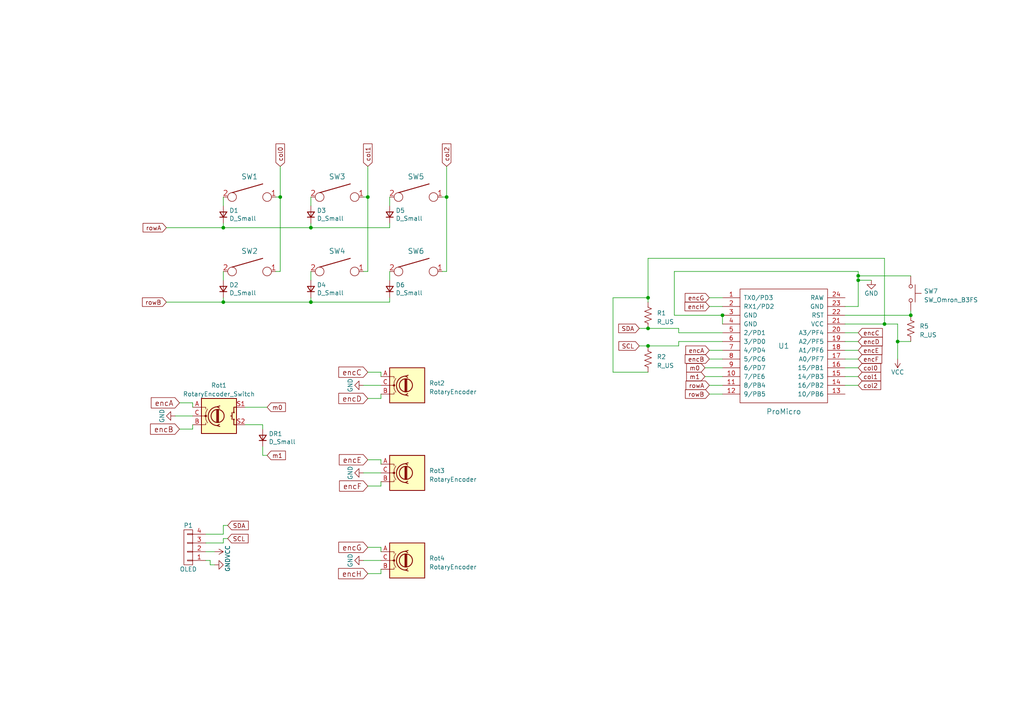
<source format=kicad_sch>
(kicad_sch (version 20230121) (generator eeschema)

  (uuid 4ca540ec-4b79-4253-a8bb-c0e3307c7b24)

  (paper "A4")

  (lib_symbols
    (symbol "Device:D_Small" (pin_numbers hide) (pin_names (offset 0.254) hide) (in_bom yes) (on_board yes)
      (property "Reference" "D" (at -1.27 2.032 0)
        (effects (font (size 1.27 1.27)) (justify left))
      )
      (property "Value" "D_Small" (at -3.81 -2.032 0)
        (effects (font (size 1.27 1.27)) (justify left))
      )
      (property "Footprint" "" (at 0 0 90)
        (effects (font (size 1.27 1.27)) hide)
      )
      (property "Datasheet" "~" (at 0 0 90)
        (effects (font (size 1.27 1.27)) hide)
      )
      (property "Sim.Device" "D" (at 0 0 0)
        (effects (font (size 1.27 1.27)) hide)
      )
      (property "Sim.Pins" "1=K 2=A" (at 0 0 0)
        (effects (font (size 1.27 1.27)) hide)
      )
      (property "ki_keywords" "diode" (at 0 0 0)
        (effects (font (size 1.27 1.27)) hide)
      )
      (property "ki_description" "Diode, small symbol" (at 0 0 0)
        (effects (font (size 1.27 1.27)) hide)
      )
      (property "ki_fp_filters" "TO-???* *_Diode_* *SingleDiode* D_*" (at 0 0 0)
        (effects (font (size 1.27 1.27)) hide)
      )
      (symbol "D_Small_0_1"
        (polyline
          (pts
            (xy -0.762 -1.016)
            (xy -0.762 1.016)
          )
          (stroke (width 0.254) (type default))
          (fill (type none))
        )
        (polyline
          (pts
            (xy -0.762 0)
            (xy 0.762 0)
          )
          (stroke (width 0) (type default))
          (fill (type none))
        )
        (polyline
          (pts
            (xy 0.762 -1.016)
            (xy -0.762 0)
            (xy 0.762 1.016)
            (xy 0.762 -1.016)
          )
          (stroke (width 0.254) (type default))
          (fill (type none))
        )
      )
      (symbol "D_Small_1_1"
        (pin passive line (at -2.54 0 0) (length 1.778)
          (name "K" (effects (font (size 1.27 1.27))))
          (number "1" (effects (font (size 1.27 1.27))))
        )
        (pin passive line (at 2.54 0 180) (length 1.778)
          (name "A" (effects (font (size 1.27 1.27))))
          (number "2" (effects (font (size 1.27 1.27))))
        )
      )
    )
    (symbol "Device:R_US" (pin_numbers hide) (pin_names (offset 0)) (in_bom yes) (on_board yes)
      (property "Reference" "R" (at 2.54 0 90)
        (effects (font (size 1.27 1.27)))
      )
      (property "Value" "R_US" (at -2.54 0 90)
        (effects (font (size 1.27 1.27)))
      )
      (property "Footprint" "" (at 1.016 -0.254 90)
        (effects (font (size 1.27 1.27)) hide)
      )
      (property "Datasheet" "~" (at 0 0 0)
        (effects (font (size 1.27 1.27)) hide)
      )
      (property "ki_keywords" "R res resistor" (at 0 0 0)
        (effects (font (size 1.27 1.27)) hide)
      )
      (property "ki_description" "Resistor, US symbol" (at 0 0 0)
        (effects (font (size 1.27 1.27)) hide)
      )
      (property "ki_fp_filters" "R_*" (at 0 0 0)
        (effects (font (size 1.27 1.27)) hide)
      )
      (symbol "R_US_0_1"
        (polyline
          (pts
            (xy 0 -2.286)
            (xy 0 -2.54)
          )
          (stroke (width 0) (type default))
          (fill (type none))
        )
        (polyline
          (pts
            (xy 0 2.286)
            (xy 0 2.54)
          )
          (stroke (width 0) (type default))
          (fill (type none))
        )
        (polyline
          (pts
            (xy 0 -0.762)
            (xy 1.016 -1.143)
            (xy 0 -1.524)
            (xy -1.016 -1.905)
            (xy 0 -2.286)
          )
          (stroke (width 0) (type default))
          (fill (type none))
        )
        (polyline
          (pts
            (xy 0 0.762)
            (xy 1.016 0.381)
            (xy 0 0)
            (xy -1.016 -0.381)
            (xy 0 -0.762)
          )
          (stroke (width 0) (type default))
          (fill (type none))
        )
        (polyline
          (pts
            (xy 0 2.286)
            (xy 1.016 1.905)
            (xy 0 1.524)
            (xy -1.016 1.143)
            (xy 0 0.762)
          )
          (stroke (width 0) (type default))
          (fill (type none))
        )
      )
      (symbol "R_US_1_1"
        (pin passive line (at 0 3.81 270) (length 1.27)
          (name "~" (effects (font (size 1.27 1.27))))
          (number "1" (effects (font (size 1.27 1.27))))
        )
        (pin passive line (at 0 -3.81 90) (length 1.27)
          (name "~" (effects (font (size 1.27 1.27))))
          (number "2" (effects (font (size 1.27 1.27))))
        )
      )
    )
    (symbol "Device:RotaryEncoder" (pin_names (offset 0.254) hide) (in_bom yes) (on_board yes)
      (property "Reference" "SW" (at 0 6.604 0)
        (effects (font (size 1.27 1.27)))
      )
      (property "Value" "RotaryEncoder" (at 0 -6.604 0)
        (effects (font (size 1.27 1.27)))
      )
      (property "Footprint" "" (at -3.81 4.064 0)
        (effects (font (size 1.27 1.27)) hide)
      )
      (property "Datasheet" "~" (at 0 6.604 0)
        (effects (font (size 1.27 1.27)) hide)
      )
      (property "ki_keywords" "rotary switch encoder" (at 0 0 0)
        (effects (font (size 1.27 1.27)) hide)
      )
      (property "ki_description" "Rotary encoder, dual channel, incremental quadrate outputs" (at 0 0 0)
        (effects (font (size 1.27 1.27)) hide)
      )
      (property "ki_fp_filters" "RotaryEncoder*" (at 0 0 0)
        (effects (font (size 1.27 1.27)) hide)
      )
      (symbol "RotaryEncoder_0_1"
        (rectangle (start -5.08 5.08) (end 5.08 -5.08)
          (stroke (width 0.254) (type default))
          (fill (type background))
        )
        (circle (center -3.81 0) (radius 0.254)
          (stroke (width 0) (type default))
          (fill (type outline))
        )
        (circle (center -0.381 0) (radius 1.905)
          (stroke (width 0.254) (type default))
          (fill (type none))
        )
        (arc (start -0.381 2.667) (mid -3.0988 -0.0635) (end -0.381 -2.794)
          (stroke (width 0.254) (type default))
          (fill (type none))
        )
        (polyline
          (pts
            (xy -0.635 -1.778)
            (xy -0.635 1.778)
          )
          (stroke (width 0.254) (type default))
          (fill (type none))
        )
        (polyline
          (pts
            (xy -0.381 -1.778)
            (xy -0.381 1.778)
          )
          (stroke (width 0.254) (type default))
          (fill (type none))
        )
        (polyline
          (pts
            (xy -0.127 1.778)
            (xy -0.127 -1.778)
          )
          (stroke (width 0.254) (type default))
          (fill (type none))
        )
        (polyline
          (pts
            (xy -5.08 -2.54)
            (xy -3.81 -2.54)
            (xy -3.81 -2.032)
          )
          (stroke (width 0) (type default))
          (fill (type none))
        )
        (polyline
          (pts
            (xy -5.08 2.54)
            (xy -3.81 2.54)
            (xy -3.81 2.032)
          )
          (stroke (width 0) (type default))
          (fill (type none))
        )
        (polyline
          (pts
            (xy 0.254 -3.048)
            (xy -0.508 -2.794)
            (xy 0.127 -2.413)
          )
          (stroke (width 0.254) (type default))
          (fill (type none))
        )
        (polyline
          (pts
            (xy 0.254 2.921)
            (xy -0.508 2.667)
            (xy 0.127 2.286)
          )
          (stroke (width 0.254) (type default))
          (fill (type none))
        )
        (polyline
          (pts
            (xy -5.08 0)
            (xy -3.81 0)
            (xy -3.81 -1.016)
            (xy -3.302 -2.032)
          )
          (stroke (width 0) (type default))
          (fill (type none))
        )
        (polyline
          (pts
            (xy -4.318 0)
            (xy -3.81 0)
            (xy -3.81 1.016)
            (xy -3.302 2.032)
          )
          (stroke (width 0) (type default))
          (fill (type none))
        )
      )
      (symbol "RotaryEncoder_1_1"
        (pin passive line (at -7.62 2.54 0) (length 2.54)
          (name "A" (effects (font (size 1.27 1.27))))
          (number "A" (effects (font (size 1.27 1.27))))
        )
        (pin passive line (at -7.62 -2.54 0) (length 2.54)
          (name "B" (effects (font (size 1.27 1.27))))
          (number "B" (effects (font (size 1.27 1.27))))
        )
        (pin passive line (at -7.62 0 0) (length 2.54)
          (name "C" (effects (font (size 1.27 1.27))))
          (number "C" (effects (font (size 1.27 1.27))))
        )
      )
    )
    (symbol "Device:RotaryEncoder_Switch" (pin_names (offset 0.254) hide) (in_bom yes) (on_board yes)
      (property "Reference" "SW" (at 0 6.604 0)
        (effects (font (size 1.27 1.27)))
      )
      (property "Value" "RotaryEncoder_Switch" (at 0 -6.604 0)
        (effects (font (size 1.27 1.27)))
      )
      (property "Footprint" "" (at -3.81 4.064 0)
        (effects (font (size 1.27 1.27)) hide)
      )
      (property "Datasheet" "~" (at 0 6.604 0)
        (effects (font (size 1.27 1.27)) hide)
      )
      (property "ki_keywords" "rotary switch encoder switch push button" (at 0 0 0)
        (effects (font (size 1.27 1.27)) hide)
      )
      (property "ki_description" "Rotary encoder, dual channel, incremental quadrate outputs, with switch" (at 0 0 0)
        (effects (font (size 1.27 1.27)) hide)
      )
      (property "ki_fp_filters" "RotaryEncoder*Switch*" (at 0 0 0)
        (effects (font (size 1.27 1.27)) hide)
      )
      (symbol "RotaryEncoder_Switch_0_1"
        (rectangle (start -5.08 5.08) (end 5.08 -5.08)
          (stroke (width 0.254) (type default))
          (fill (type background))
        )
        (circle (center -3.81 0) (radius 0.254)
          (stroke (width 0) (type default))
          (fill (type outline))
        )
        (circle (center -0.381 0) (radius 1.905)
          (stroke (width 0.254) (type default))
          (fill (type none))
        )
        (arc (start -0.381 2.667) (mid -3.0988 -0.0635) (end -0.381 -2.794)
          (stroke (width 0.254) (type default))
          (fill (type none))
        )
        (polyline
          (pts
            (xy -0.635 -1.778)
            (xy -0.635 1.778)
          )
          (stroke (width 0.254) (type default))
          (fill (type none))
        )
        (polyline
          (pts
            (xy -0.381 -1.778)
            (xy -0.381 1.778)
          )
          (stroke (width 0.254) (type default))
          (fill (type none))
        )
        (polyline
          (pts
            (xy -0.127 1.778)
            (xy -0.127 -1.778)
          )
          (stroke (width 0.254) (type default))
          (fill (type none))
        )
        (polyline
          (pts
            (xy 3.81 0)
            (xy 3.429 0)
          )
          (stroke (width 0.254) (type default))
          (fill (type none))
        )
        (polyline
          (pts
            (xy 3.81 1.016)
            (xy 3.81 -1.016)
          )
          (stroke (width 0.254) (type default))
          (fill (type none))
        )
        (polyline
          (pts
            (xy -5.08 -2.54)
            (xy -3.81 -2.54)
            (xy -3.81 -2.032)
          )
          (stroke (width 0) (type default))
          (fill (type none))
        )
        (polyline
          (pts
            (xy -5.08 2.54)
            (xy -3.81 2.54)
            (xy -3.81 2.032)
          )
          (stroke (width 0) (type default))
          (fill (type none))
        )
        (polyline
          (pts
            (xy 0.254 -3.048)
            (xy -0.508 -2.794)
            (xy 0.127 -2.413)
          )
          (stroke (width 0.254) (type default))
          (fill (type none))
        )
        (polyline
          (pts
            (xy 0.254 2.921)
            (xy -0.508 2.667)
            (xy 0.127 2.286)
          )
          (stroke (width 0.254) (type default))
          (fill (type none))
        )
        (polyline
          (pts
            (xy 5.08 -2.54)
            (xy 4.318 -2.54)
            (xy 4.318 -1.016)
          )
          (stroke (width 0.254) (type default))
          (fill (type none))
        )
        (polyline
          (pts
            (xy 5.08 2.54)
            (xy 4.318 2.54)
            (xy 4.318 1.016)
          )
          (stroke (width 0.254) (type default))
          (fill (type none))
        )
        (polyline
          (pts
            (xy -5.08 0)
            (xy -3.81 0)
            (xy -3.81 -1.016)
            (xy -3.302 -2.032)
          )
          (stroke (width 0) (type default))
          (fill (type none))
        )
        (polyline
          (pts
            (xy -4.318 0)
            (xy -3.81 0)
            (xy -3.81 1.016)
            (xy -3.302 2.032)
          )
          (stroke (width 0) (type default))
          (fill (type none))
        )
        (circle (center 4.318 -1.016) (radius 0.127)
          (stroke (width 0.254) (type default))
          (fill (type none))
        )
        (circle (center 4.318 1.016) (radius 0.127)
          (stroke (width 0.254) (type default))
          (fill (type none))
        )
      )
      (symbol "RotaryEncoder_Switch_1_1"
        (pin passive line (at -7.62 2.54 0) (length 2.54)
          (name "A" (effects (font (size 1.27 1.27))))
          (number "A" (effects (font (size 1.27 1.27))))
        )
        (pin passive line (at -7.62 -2.54 0) (length 2.54)
          (name "B" (effects (font (size 1.27 1.27))))
          (number "B" (effects (font (size 1.27 1.27))))
        )
        (pin passive line (at -7.62 0 0) (length 2.54)
          (name "C" (effects (font (size 1.27 1.27))))
          (number "C" (effects (font (size 1.27 1.27))))
        )
        (pin passive line (at 7.62 2.54 180) (length 2.54)
          (name "S1" (effects (font (size 1.27 1.27))))
          (number "S1" (effects (font (size 1.27 1.27))))
        )
        (pin passive line (at 7.62 -2.54 180) (length 2.54)
          (name "S2" (effects (font (size 1.27 1.27))))
          (number "S2" (effects (font (size 1.27 1.27))))
        )
      )
    )
    (symbol "Lily58-rescue:CONN_01X04-Lily58-cache" (pin_names (offset 1.016) hide) (in_bom yes) (on_board yes)
      (property "Reference" "P" (at 0 6.35 0)
        (effects (font (size 1.27 1.27)))
      )
      (property "Value" "Lily58-cache:CONN_01X04" (at 2.54 0 90)
        (effects (font (size 1.27 1.27)))
      )
      (property "Footprint" "" (at 0 0 0)
        (effects (font (size 1.27 1.27)))
      )
      (property "Datasheet" "" (at 0 0 0)
        (effects (font (size 1.27 1.27)))
      )
      (property "ki_fp_filters" "Pin_Header_Straight_1X04 Pin_Header_Angled_1X04 Socket_Strip_Straight_1X04 Socket_Strip_Angled_1X04" (at 0 0 0)
        (effects (font (size 1.27 1.27)) hide)
      )
      (symbol "CONN_01X04-Lily58-cache_0_1"
        (rectangle (start -1.27 -3.683) (end 0.254 -3.937)
          (stroke (width 0) (type solid))
          (fill (type none))
        )
        (rectangle (start -1.27 -1.143) (end 0.254 -1.397)
          (stroke (width 0) (type solid))
          (fill (type none))
        )
        (rectangle (start -1.27 1.397) (end 0.254 1.143)
          (stroke (width 0) (type solid))
          (fill (type none))
        )
        (rectangle (start -1.27 3.937) (end 0.254 3.683)
          (stroke (width 0) (type solid))
          (fill (type none))
        )
        (rectangle (start -1.27 5.08) (end 1.27 -5.08)
          (stroke (width 0) (type solid))
          (fill (type none))
        )
      )
      (symbol "CONN_01X04-Lily58-cache_1_1"
        (pin passive line (at -5.08 3.81 0) (length 3.81)
          (name "P1" (effects (font (size 1.27 1.27))))
          (number "1" (effects (font (size 1.27 1.27))))
        )
        (pin passive line (at -5.08 1.27 0) (length 3.81)
          (name "P2" (effects (font (size 1.27 1.27))))
          (number "2" (effects (font (size 1.27 1.27))))
        )
        (pin passive line (at -5.08 -1.27 0) (length 3.81)
          (name "P3" (effects (font (size 1.27 1.27))))
          (number "3" (effects (font (size 1.27 1.27))))
        )
        (pin passive line (at -5.08 -3.81 0) (length 3.81)
          (name "P4" (effects (font (size 1.27 1.27))))
          (number "4" (effects (font (size 1.27 1.27))))
        )
      )
    )
    (symbol "Switch:SW_Omron_B3FS" (pin_numbers hide) (pin_names (offset 1.016) hide) (in_bom yes) (on_board yes)
      (property "Reference" "SW" (at 1.27 2.54 0)
        (effects (font (size 1.27 1.27)) (justify left))
      )
      (property "Value" "SW_Omron_B3FS" (at 0 -1.524 0)
        (effects (font (size 1.27 1.27)))
      )
      (property "Footprint" "" (at 0 5.08 0)
        (effects (font (size 1.27 1.27)) hide)
      )
      (property "Datasheet" "https://omronfs.omron.com/en_US/ecb/products/pdf/en-b3fs.pdf" (at 0 5.08 0)
        (effects (font (size 1.27 1.27)) hide)
      )
      (property "ki_keywords" "switch normally-open pushbutton push-button" (at 0 0 0)
        (effects (font (size 1.27 1.27)) hide)
      )
      (property "ki_description" "Omron B3FS 6x6mm single pole normally-open tactile switch" (at 0 0 0)
        (effects (font (size 1.27 1.27)) hide)
      )
      (property "ki_fp_filters" "SW*Omron*B3FS*" (at 0 0 0)
        (effects (font (size 1.27 1.27)) hide)
      )
      (symbol "SW_Omron_B3FS_0_1"
        (circle (center -2.032 0) (radius 0.508)
          (stroke (width 0) (type default))
          (fill (type none))
        )
        (polyline
          (pts
            (xy 0 1.27)
            (xy 0 3.048)
          )
          (stroke (width 0) (type default))
          (fill (type none))
        )
        (polyline
          (pts
            (xy 2.54 1.27)
            (xy -2.54 1.27)
          )
          (stroke (width 0) (type default))
          (fill (type none))
        )
        (circle (center 2.032 0) (radius 0.508)
          (stroke (width 0) (type default))
          (fill (type none))
        )
        (pin passive line (at -5.08 0 0) (length 2.54)
          (name "1" (effects (font (size 1.27 1.27))))
          (number "1" (effects (font (size 1.27 1.27))))
        )
        (pin passive line (at 5.08 0 180) (length 2.54)
          (name "2" (effects (font (size 1.27 1.27))))
          (number "2" (effects (font (size 1.27 1.27))))
        )
      )
    )
    (symbol "fourier-left-rescue:ProMicro-promicro" (pin_names (offset 1.016)) (in_bom yes) (on_board yes)
      (property "Reference" "U" (at 0 0 0)
        (effects (font (size 1.524 1.524)))
      )
      (property "Value" "ProMicro-promicro" (at 0 -19.05 0)
        (effects (font (size 1.524 1.524)))
      )
      (property "Footprint" "" (at 26.67 -63.5 90)
        (effects (font (size 1.524 1.524)) hide)
      )
      (property "Datasheet" "" (at 26.67 -63.5 90)
        (effects (font (size 1.524 1.524)) hide)
      )
      (symbol "ProMicro-promicro_0_1"
        (rectangle (start -12.7 -16.51) (end 12.7 16.51)
          (stroke (width 0) (type solid))
          (fill (type none))
        )
      )
      (symbol "ProMicro-promicro_1_1"
        (pin input line (at -17.78 13.97 0) (length 5.08)
          (name "TX0/PD3" (effects (font (size 1.27 1.27))))
          (number "1" (effects (font (size 1.27 1.27))))
        )
        (pin input line (at -17.78 -8.89 0) (length 5.08)
          (name "7/PE6" (effects (font (size 1.27 1.27))))
          (number "10" (effects (font (size 1.27 1.27))))
        )
        (pin input line (at -17.78 -11.43 0) (length 5.08)
          (name "8/PB4" (effects (font (size 1.27 1.27))))
          (number "11" (effects (font (size 1.27 1.27))))
        )
        (pin input line (at -17.78 -13.97 0) (length 5.08)
          (name "9/PB5" (effects (font (size 1.27 1.27))))
          (number "12" (effects (font (size 1.27 1.27))))
        )
        (pin input line (at 17.78 -13.97 180) (length 5.08)
          (name "10/PB6" (effects (font (size 1.27 1.27))))
          (number "13" (effects (font (size 1.27 1.27))))
        )
        (pin input line (at 17.78 -11.43 180) (length 5.08)
          (name "16/PB2" (effects (font (size 1.27 1.27))))
          (number "14" (effects (font (size 1.27 1.27))))
        )
        (pin input line (at 17.78 -8.89 180) (length 5.08)
          (name "14/PB3" (effects (font (size 1.27 1.27))))
          (number "15" (effects (font (size 1.27 1.27))))
        )
        (pin input line (at 17.78 -6.35 180) (length 5.08)
          (name "15/PB1" (effects (font (size 1.27 1.27))))
          (number "16" (effects (font (size 1.27 1.27))))
        )
        (pin input line (at 17.78 -3.81 180) (length 5.08)
          (name "A0/PF7" (effects (font (size 1.27 1.27))))
          (number "17" (effects (font (size 1.27 1.27))))
        )
        (pin input line (at 17.78 -1.27 180) (length 5.08)
          (name "A1/PF6" (effects (font (size 1.27 1.27))))
          (number "18" (effects (font (size 1.27 1.27))))
        )
        (pin input line (at 17.78 1.27 180) (length 5.08)
          (name "A2/PF5" (effects (font (size 1.27 1.27))))
          (number "19" (effects (font (size 1.27 1.27))))
        )
        (pin input line (at -17.78 11.43 0) (length 5.08)
          (name "RX1/PD2" (effects (font (size 1.27 1.27))))
          (number "2" (effects (font (size 1.27 1.27))))
        )
        (pin input line (at 17.78 3.81 180) (length 5.08)
          (name "A3/PF4" (effects (font (size 1.27 1.27))))
          (number "20" (effects (font (size 1.27 1.27))))
        )
        (pin input line (at 17.78 6.35 180) (length 5.08)
          (name "VCC" (effects (font (size 1.27 1.27))))
          (number "21" (effects (font (size 1.27 1.27))))
        )
        (pin input line (at 17.78 8.89 180) (length 5.08)
          (name "RST" (effects (font (size 1.27 1.27))))
          (number "22" (effects (font (size 1.27 1.27))))
        )
        (pin input line (at 17.78 11.43 180) (length 5.08)
          (name "GND" (effects (font (size 1.27 1.27))))
          (number "23" (effects (font (size 1.27 1.27))))
        )
        (pin input line (at 17.78 13.97 180) (length 5.08)
          (name "RAW" (effects (font (size 1.27 1.27))))
          (number "24" (effects (font (size 1.27 1.27))))
        )
        (pin input line (at -17.78 8.89 0) (length 5.08)
          (name "GND" (effects (font (size 1.27 1.27))))
          (number "3" (effects (font (size 1.27 1.27))))
        )
        (pin input line (at -17.78 6.35 0) (length 5.08)
          (name "GND" (effects (font (size 1.27 1.27))))
          (number "4" (effects (font (size 1.27 1.27))))
        )
        (pin input line (at -17.78 3.81 0) (length 5.08)
          (name "2/PD1" (effects (font (size 1.27 1.27))))
          (number "5" (effects (font (size 1.27 1.27))))
        )
        (pin input line (at -17.78 1.27 0) (length 5.08)
          (name "3/PD0" (effects (font (size 1.27 1.27))))
          (number "6" (effects (font (size 1.27 1.27))))
        )
        (pin input line (at -17.78 -1.27 0) (length 5.08)
          (name "4/PD4" (effects (font (size 1.27 1.27))))
          (number "7" (effects (font (size 1.27 1.27))))
        )
        (pin input line (at -17.78 -3.81 0) (length 5.08)
          (name "5/PC6" (effects (font (size 1.27 1.27))))
          (number "8" (effects (font (size 1.27 1.27))))
        )
        (pin input line (at -17.78 -6.35 0) (length 5.08)
          (name "6/PD7" (effects (font (size 1.27 1.27))))
          (number "9" (effects (font (size 1.27 1.27))))
        )
      )
    )
    (symbol "keyboard_parts:KEYSW" (pin_names (offset 1.016)) (in_bom yes) (on_board yes)
      (property "Reference" "K?" (at -1.27 0 0)
        (effects (font (size 1.524 1.524)))
      )
      (property "Value" "KEYSW" (at 0 -2.54 0)
        (effects (font (size 1.524 1.524)) hide)
      )
      (property "Footprint" "" (at 0 0 0)
        (effects (font (size 1.524 1.524)))
      )
      (property "Datasheet" "" (at 0 0 0)
        (effects (font (size 1.524 1.524)))
      )
      (symbol "KEYSW_0_1"
        (circle (center -5.08 0) (radius 1.27)
          (stroke (width 0) (type default))
          (fill (type none))
        )
        (polyline
          (pts
            (xy -5.08 1.27)
            (xy 3.81 3.81)
          )
          (stroke (width 0.254) (type default))
          (fill (type none))
        )
        (circle (center 5.08 0) (radius 1.27)
          (stroke (width 0) (type default))
          (fill (type none))
        )
      )
      (symbol "KEYSW_1_1"
        (pin passive line (at 7.62 0 180) (length 1.27)
          (name "~" (effects (font (size 1.524 1.524))))
          (number "1" (effects (font (size 1.524 1.524))))
        )
        (pin passive line (at -7.62 0 0) (length 1.27)
          (name "~" (effects (font (size 1.524 1.524))))
          (number "2" (effects (font (size 1.524 1.524))))
        )
      )
    )
    (symbol "power:GND" (power) (pin_names (offset 0)) (in_bom yes) (on_board yes)
      (property "Reference" "#PWR" (at 0 -6.35 0)
        (effects (font (size 1.27 1.27)) hide)
      )
      (property "Value" "GND" (at 0 -3.81 0)
        (effects (font (size 1.27 1.27)))
      )
      (property "Footprint" "" (at 0 0 0)
        (effects (font (size 1.27 1.27)) hide)
      )
      (property "Datasheet" "" (at 0 0 0)
        (effects (font (size 1.27 1.27)) hide)
      )
      (property "ki_keywords" "global power" (at 0 0 0)
        (effects (font (size 1.27 1.27)) hide)
      )
      (property "ki_description" "Power symbol creates a global label with name \"GND\" , ground" (at 0 0 0)
        (effects (font (size 1.27 1.27)) hide)
      )
      (symbol "GND_0_1"
        (polyline
          (pts
            (xy 0 0)
            (xy 0 -1.27)
            (xy 1.27 -1.27)
            (xy 0 -2.54)
            (xy -1.27 -1.27)
            (xy 0 -1.27)
          )
          (stroke (width 0) (type default))
          (fill (type none))
        )
      )
      (symbol "GND_1_1"
        (pin power_in line (at 0 0 270) (length 0) hide
          (name "GND" (effects (font (size 1.27 1.27))))
          (number "1" (effects (font (size 1.27 1.27))))
        )
      )
    )
    (symbol "power:VCC" (power) (pin_names (offset 0)) (in_bom yes) (on_board yes)
      (property "Reference" "#PWR" (at 0 -3.81 0)
        (effects (font (size 1.27 1.27)) hide)
      )
      (property "Value" "VCC" (at 0 3.81 0)
        (effects (font (size 1.27 1.27)))
      )
      (property "Footprint" "" (at 0 0 0)
        (effects (font (size 1.27 1.27)) hide)
      )
      (property "Datasheet" "" (at 0 0 0)
        (effects (font (size 1.27 1.27)) hide)
      )
      (property "ki_keywords" "global power" (at 0 0 0)
        (effects (font (size 1.27 1.27)) hide)
      )
      (property "ki_description" "Power symbol creates a global label with name \"VCC\"" (at 0 0 0)
        (effects (font (size 1.27 1.27)) hide)
      )
      (symbol "VCC_0_1"
        (polyline
          (pts
            (xy -0.762 1.27)
            (xy 0 2.54)
          )
          (stroke (width 0) (type default))
          (fill (type none))
        )
        (polyline
          (pts
            (xy 0 0)
            (xy 0 2.54)
          )
          (stroke (width 0) (type default))
          (fill (type none))
        )
        (polyline
          (pts
            (xy 0 2.54)
            (xy 0.762 1.27)
          )
          (stroke (width 0) (type default))
          (fill (type none))
        )
      )
      (symbol "VCC_1_1"
        (pin power_in line (at 0 0 90) (length 0) hide
          (name "VCC" (effects (font (size 1.27 1.27))))
          (number "1" (effects (font (size 1.27 1.27))))
        )
      )
    )
  )

  (junction (at 90.17 87.63) (diameter 0) (color 0 0 0 0)
    (uuid 023ab2bf-61f8-4aa3-a703-a71180569424)
  )
  (junction (at 106.68 57.15) (diameter 0) (color 0 0 0 0)
    (uuid 0c0808a2-0a92-4419-8912-939c1674b199)
  )
  (junction (at 129.54 57.15) (diameter 0) (color 0 0 0 0)
    (uuid 2a47c0a3-769d-49d2-941f-995aebf4aeaa)
  )
  (junction (at 209.55 91.44) (diameter 0) (color 0 0 0 0)
    (uuid 2dc6f987-b34d-467b-b6e8-8968b41f277a)
  )
  (junction (at 260.35 99.06) (diameter 0) (color 0 0 0 0)
    (uuid 2eebdae9-bf8f-47e8-a498-fd64804230b9)
  )
  (junction (at 64.77 66.04) (diameter 0) (color 0 0 0 0)
    (uuid 35e1f12f-75b1-4c94-a649-dc4366131add)
  )
  (junction (at 187.96 86.36) (diameter 0) (color 0 0 0 0)
    (uuid 3bee580c-171a-49f6-a0ff-a45102220cd4)
  )
  (junction (at 64.77 87.63) (diameter 0) (color 0 0 0 0)
    (uuid 41b0fefe-9042-422b-bbab-64465b8ea6e6)
  )
  (junction (at 264.16 91.44) (diameter 0) (color 0 0 0 0)
    (uuid 433b7b7e-df55-4f8e-96f2-6b2c8de5e312)
  )
  (junction (at 187.96 100.33) (diameter 0) (color 0 0 0 0)
    (uuid 46595610-606e-4d86-96cb-9287df201370)
  )
  (junction (at 90.17 66.04) (diameter 0) (color 0 0 0 0)
    (uuid 52309225-1eae-4d1a-b3ce-bba4994112ea)
  )
  (junction (at 248.92 80.01) (diameter 0) (color 0 0 0 0)
    (uuid 92d53e8e-feb2-42f3-aed5-90e111dc9a5a)
  )
  (junction (at 256.54 93.98) (diameter 0) (color 0 0 0 0)
    (uuid bd77e465-824b-41ce-b60e-1c3a68b60874)
  )
  (junction (at 248.92 81.28) (diameter 0) (color 0 0 0 0)
    (uuid d4b11a89-42d2-4dd1-b132-d6b7c52af2bf)
  )
  (junction (at 81.28 57.15) (diameter 0) (color 0 0 0 0)
    (uuid e72c8c23-da20-4050-896a-61942a96b135)
  )
  (junction (at 187.96 95.25) (diameter 0) (color 0 0 0 0)
    (uuid f3d7edfe-3632-4193-a9a9-8771ea56b2b5)
  )

  (wire (pts (xy 110.49 158.75) (xy 110.49 160.02))
    (stroke (width 0) (type default))
    (uuid 0108a6ac-ef15-45bf-9862-178bd0a14224)
  )
  (wire (pts (xy 196.85 96.52) (xy 196.85 95.25))
    (stroke (width 0) (type default))
    (uuid 01a3cccb-2faf-48c5-98cc-4579ea680552)
  )
  (wire (pts (xy 105.41 78.74) (xy 106.68 78.74))
    (stroke (width 0) (type default))
    (uuid 02206d0c-c7cc-45d2-9233-5e27265a0a30)
  )
  (wire (pts (xy 110.49 165.1) (xy 110.49 166.37))
    (stroke (width 0) (type default))
    (uuid 05b9612b-bb1f-4666-b154-6ccacb973be6)
  )
  (wire (pts (xy 245.11 91.44) (xy 264.16 91.44))
    (stroke (width 0) (type default))
    (uuid 06c8532c-78bf-4cfa-a28f-1d6a601795e8)
  )
  (wire (pts (xy 64.77 152.4) (xy 66.04 152.4))
    (stroke (width 0) (type default))
    (uuid 0ca2f08f-6259-4d5f-b8b2-29f23076250a)
  )
  (wire (pts (xy 64.77 86.36) (xy 64.77 87.63))
    (stroke (width 0) (type default))
    (uuid 0cec4bd1-223f-480a-a0e7-a18efe66bd6c)
  )
  (wire (pts (xy 55.88 123.19) (xy 55.88 124.46))
    (stroke (width 0) (type default))
    (uuid 10e0d32a-e4a6-44a6-b396-c98d6f6e3807)
  )
  (wire (pts (xy 196.85 95.25) (xy 187.96 95.25))
    (stroke (width 0) (type default))
    (uuid 11184c05-e095-450a-a6f2-c3e848cf787a)
  )
  (wire (pts (xy 204.47 109.22) (xy 209.55 109.22))
    (stroke (width 0) (type default))
    (uuid 14a4abae-ea23-4636-8041-5d802e0e9eaa)
  )
  (wire (pts (xy 64.77 87.63) (xy 90.17 87.63))
    (stroke (width 0) (type default))
    (uuid 18edd8d5-4972-4773-b950-5c96f1cdec6e)
  )
  (wire (pts (xy 110.49 133.35) (xy 110.49 134.62))
    (stroke (width 0) (type default))
    (uuid 21fa8d50-3d85-42ee-a443-1acc60a6dfff)
  )
  (wire (pts (xy 264.16 90.17) (xy 264.16 91.44))
    (stroke (width 0) (type default))
    (uuid 22fd5172-7210-41c0-8ba3-c121afbf3cb5)
  )
  (wire (pts (xy 90.17 57.15) (xy 90.17 59.69))
    (stroke (width 0) (type default))
    (uuid 248fcc36-ec74-4485-8894-cd689771c2df)
  )
  (wire (pts (xy 110.49 114.3) (xy 110.49 115.57))
    (stroke (width 0) (type default))
    (uuid 2803d072-950c-44e7-87d9-ca4e1f9d8fdf)
  )
  (wire (pts (xy 204.47 106.68) (xy 209.55 106.68))
    (stroke (width 0) (type default))
    (uuid 2b21a437-b2c6-4cc5-bb4c-5ade5212862e)
  )
  (wire (pts (xy 81.28 48.26) (xy 81.28 57.15))
    (stroke (width 0) (type default))
    (uuid 2ce150e6-b2e8-437d-9ad0-2e16d2b6ae68)
  )
  (wire (pts (xy 64.77 152.4) (xy 64.77 154.94))
    (stroke (width 0) (type default))
    (uuid 2e34e4e1-bfbd-41b1-acd7-b7d013ffc06e)
  )
  (wire (pts (xy 90.17 66.04) (xy 113.03 66.04))
    (stroke (width 0) (type default))
    (uuid 3397f8fe-548a-4569-b388-3067c5a7693c)
  )
  (wire (pts (xy 90.17 87.63) (xy 113.03 87.63))
    (stroke (width 0) (type default))
    (uuid 356668d7-73c8-4943-a459-1ccdc537971c)
  )
  (wire (pts (xy 64.77 78.74) (xy 64.77 81.28))
    (stroke (width 0) (type default))
    (uuid 39502fd1-d654-4b63-9df7-3622291cec66)
  )
  (wire (pts (xy 195.58 78.74) (xy 195.58 91.44))
    (stroke (width 0) (type default))
    (uuid 395532f3-221b-422b-9f92-aba122812fce)
  )
  (wire (pts (xy 59.69 160.02) (xy 62.23 160.02))
    (stroke (width 0) (type default))
    (uuid 395fa23a-c484-46d8-8d81-d633f6aba717)
  )
  (wire (pts (xy 105.41 111.76) (xy 110.49 111.76))
    (stroke (width 0) (type default))
    (uuid 3aaa55b7-0df7-4824-8d9e-4bab3b726cf2)
  )
  (wire (pts (xy 260.35 104.14) (xy 260.35 99.06))
    (stroke (width 0) (type default))
    (uuid 3b739f5a-e012-46f2-9851-283e33300dee)
  )
  (wire (pts (xy 185.42 100.33) (xy 187.96 100.33))
    (stroke (width 0) (type default))
    (uuid 3c975863-f714-4dbb-b3f9-c4644cc699dd)
  )
  (wire (pts (xy 110.49 166.37) (xy 106.68 166.37))
    (stroke (width 0) (type default))
    (uuid 3ccfea8f-d183-455d-a715-b3647c46a709)
  )
  (wire (pts (xy 76.2 132.08) (xy 77.47 132.08))
    (stroke (width 0) (type default))
    (uuid 3e370bb2-b7a3-4070-9200-d29e3a6d2ebe)
  )
  (wire (pts (xy 129.54 57.15) (xy 129.54 78.74))
    (stroke (width 0) (type default))
    (uuid 3ed410f2-afa4-4bd3-b033-c8b853186ba9)
  )
  (wire (pts (xy 245.11 88.9) (xy 248.92 88.9))
    (stroke (width 0) (type default))
    (uuid 415d0e35-f31c-45db-8046-3fc041fc83ff)
  )
  (wire (pts (xy 48.26 87.63) (xy 64.77 87.63))
    (stroke (width 0) (type default))
    (uuid 427eec64-2698-441f-935f-e8de72d54701)
  )
  (wire (pts (xy 209.55 91.44) (xy 209.55 93.98))
    (stroke (width 0) (type default))
    (uuid 440d9268-12f7-4c02-9661-dc56b2ad7718)
  )
  (wire (pts (xy 196.85 100.33) (xy 196.85 99.06))
    (stroke (width 0) (type default))
    (uuid 47fc0338-a0f7-4df8-ab88-a1675098b019)
  )
  (wire (pts (xy 90.17 86.36) (xy 90.17 87.63))
    (stroke (width 0) (type default))
    (uuid 490d3b01-1af5-476d-b8ad-64d89ce9ad77)
  )
  (wire (pts (xy 260.35 93.98) (xy 256.54 93.98))
    (stroke (width 0) (type default))
    (uuid 4e414149-20d6-46cb-9c65-82bc0b7078c0)
  )
  (wire (pts (xy 128.27 78.74) (xy 129.54 78.74))
    (stroke (width 0) (type default))
    (uuid 4f3ae9d3-d6e2-476e-a394-a802d3263d02)
  )
  (wire (pts (xy 90.17 64.77) (xy 90.17 66.04))
    (stroke (width 0) (type default))
    (uuid 4fc955e3-72b0-44df-9904-794cea1c9aa1)
  )
  (wire (pts (xy 248.92 80.01) (xy 264.16 80.01))
    (stroke (width 0) (type default))
    (uuid 509c7eb1-940b-453d-a137-46ebd1775eda)
  )
  (wire (pts (xy 113.03 64.77) (xy 113.03 66.04))
    (stroke (width 0) (type default))
    (uuid 50ce71b7-8d2a-4b26-9ae2-1bdf670109da)
  )
  (wire (pts (xy 248.92 88.9) (xy 248.92 81.28))
    (stroke (width 0) (type default))
    (uuid 52a31ce7-df6a-4da4-bea0-f57b94c4763b)
  )
  (wire (pts (xy 187.96 87.63) (xy 187.96 86.36))
    (stroke (width 0) (type default))
    (uuid 52ec5f4f-780f-498e-a259-2bc26ef6b5e1)
  )
  (wire (pts (xy 105.41 137.16) (xy 110.49 137.16))
    (stroke (width 0) (type default))
    (uuid 534ba76a-e6fb-40ef-841d-57acf779cf94)
  )
  (wire (pts (xy 256.54 74.93) (xy 256.54 93.98))
    (stroke (width 0) (type default))
    (uuid 57b2c8f4-b6b7-42ab-9387-467eda201acb)
  )
  (wire (pts (xy 248.92 80.01) (xy 248.92 78.74))
    (stroke (width 0) (type default))
    (uuid 5bed3f70-dc79-47c4-a406-0f006f8ca379)
  )
  (wire (pts (xy 205.74 101.6) (xy 209.55 101.6))
    (stroke (width 0) (type default))
    (uuid 65a087c3-3554-4ab8-93cd-9bd2c919b07f)
  )
  (wire (pts (xy 76.2 123.19) (xy 76.2 124.46))
    (stroke (width 0) (type default))
    (uuid 6a587825-d529-4052-8f92-ea49c699f157)
  )
  (wire (pts (xy 71.12 118.11) (xy 77.47 118.11))
    (stroke (width 0) (type default))
    (uuid 6b8c7360-d3d4-4dda-a01c-8c48f1d217a8)
  )
  (wire (pts (xy 52.07 116.84) (xy 55.88 116.84))
    (stroke (width 0) (type default))
    (uuid 6db263bf-84cb-4324-8966-d87b1a39decd)
  )
  (wire (pts (xy 60.96 163.83) (xy 62.23 163.83))
    (stroke (width 0) (type default))
    (uuid 6f8696ff-beda-4ad9-b9c4-b4a6441d1087)
  )
  (wire (pts (xy 106.68 158.75) (xy 110.49 158.75))
    (stroke (width 0) (type default))
    (uuid 71d4a0c0-8809-4542-9b13-43cbd8003311)
  )
  (wire (pts (xy 64.77 57.15) (xy 64.77 59.69))
    (stroke (width 0) (type default))
    (uuid 7236f0c2-75a6-47c0-855a-478546e97a94)
  )
  (wire (pts (xy 205.74 86.36) (xy 209.55 86.36))
    (stroke (width 0) (type default))
    (uuid 7399932c-8ceb-4314-8f31-93bc81466acb)
  )
  (wire (pts (xy 245.11 106.68) (xy 248.92 106.68))
    (stroke (width 0) (type default))
    (uuid 75daf265-27cb-40d8-b754-91af3ae32f89)
  )
  (wire (pts (xy 195.58 91.44) (xy 209.55 91.44))
    (stroke (width 0) (type default))
    (uuid 784fae42-605b-4bd8-9fe5-d1c40196603b)
  )
  (wire (pts (xy 128.27 57.15) (xy 129.54 57.15))
    (stroke (width 0) (type default))
    (uuid 7e252d67-15da-46a4-a677-79522c6c707a)
  )
  (wire (pts (xy 64.77 156.21) (xy 64.77 157.48))
    (stroke (width 0) (type default))
    (uuid 7e26b92b-51b2-43f5-a78a-48a006380108)
  )
  (wire (pts (xy 113.03 86.36) (xy 113.03 87.63))
    (stroke (width 0) (type default))
    (uuid 819eb454-c9ae-49d6-9f0d-9986583eda7c)
  )
  (wire (pts (xy 248.92 78.74) (xy 195.58 78.74))
    (stroke (width 0) (type default))
    (uuid 82790bbd-c161-4f4b-8be5-7c085c905718)
  )
  (wire (pts (xy 71.12 123.19) (xy 76.2 123.19))
    (stroke (width 0) (type default))
    (uuid 82f8c657-78fe-4f08-b584-f5b4f278078d)
  )
  (wire (pts (xy 64.77 66.04) (xy 90.17 66.04))
    (stroke (width 0) (type default))
    (uuid 854ce746-9497-4bea-b382-2570570d81a0)
  )
  (wire (pts (xy 60.96 163.83) (xy 60.96 162.56))
    (stroke (width 0) (type default))
    (uuid 87038293-39e5-4970-bdb7-d230c0706def)
  )
  (wire (pts (xy 64.77 157.48) (xy 59.69 157.48))
    (stroke (width 0) (type default))
    (uuid 877662ec-41ee-45fd-9426-521b1b871e29)
  )
  (wire (pts (xy 196.85 96.52) (xy 209.55 96.52))
    (stroke (width 0) (type default))
    (uuid 88cea4fc-5282-4645-a466-67a51e8e7083)
  )
  (wire (pts (xy 196.85 99.06) (xy 209.55 99.06))
    (stroke (width 0) (type default))
    (uuid 8af34597-e2c0-45d3-abd8-4104949e7d10)
  )
  (wire (pts (xy 81.28 57.15) (xy 81.28 78.74))
    (stroke (width 0) (type default))
    (uuid 8eeb941f-6f70-413d-8cff-3c2744a087ce)
  )
  (wire (pts (xy 110.49 115.57) (xy 106.68 115.57))
    (stroke (width 0) (type default))
    (uuid 90f2e249-0788-447d-8bac-a533778a5fe6)
  )
  (wire (pts (xy 248.92 81.28) (xy 248.92 80.01))
    (stroke (width 0) (type default))
    (uuid 99ed7f3b-5c12-4d2e-9114-5b3fe8da6b5d)
  )
  (wire (pts (xy 113.03 78.74) (xy 113.03 81.28))
    (stroke (width 0) (type default))
    (uuid 9a80c449-71c7-4a1d-b690-f13d7aa86373)
  )
  (wire (pts (xy 55.88 124.46) (xy 52.07 124.46))
    (stroke (width 0) (type default))
    (uuid 9abb367b-111a-4aad-8e2d-361625445a95)
  )
  (wire (pts (xy 110.49 140.97) (xy 106.68 140.97))
    (stroke (width 0) (type default))
    (uuid 9b6805b3-73dd-457d-afce-c52ac2021744)
  )
  (wire (pts (xy 106.68 107.95) (xy 110.49 107.95))
    (stroke (width 0) (type default))
    (uuid 9fa2c96f-3fa6-47d4-bea7-d2ec33a47901)
  )
  (wire (pts (xy 187.96 95.25) (xy 185.42 95.25))
    (stroke (width 0) (type default))
    (uuid a6796433-97c6-4c54-9a30-40fcbf11e1ce)
  )
  (wire (pts (xy 129.54 48.26) (xy 129.54 57.15))
    (stroke (width 0) (type default))
    (uuid a791f416-fdef-4088-bcbc-7a343884b8d9)
  )
  (wire (pts (xy 245.11 96.52) (xy 248.92 96.52))
    (stroke (width 0) (type default))
    (uuid a8a7f134-6e00-4633-977f-75f289ee1a72)
  )
  (wire (pts (xy 110.49 139.7) (xy 110.49 140.97))
    (stroke (width 0) (type default))
    (uuid aaef3c8e-d3f0-41ce-aa79-d9fa07065f20)
  )
  (wire (pts (xy 105.41 57.15) (xy 106.68 57.15))
    (stroke (width 0) (type default))
    (uuid b19af5ed-cf85-4799-9e3c-1fef7ea0685e)
  )
  (wire (pts (xy 248.92 81.28) (xy 252.73 81.28))
    (stroke (width 0) (type default))
    (uuid b550152c-0b53-4527-915e-b4bdf33de90d)
  )
  (wire (pts (xy 80.01 57.15) (xy 81.28 57.15))
    (stroke (width 0) (type default))
    (uuid bab3a942-553c-4d4b-b13c-a876edd78c5f)
  )
  (wire (pts (xy 245.11 101.6) (xy 248.92 101.6))
    (stroke (width 0) (type default))
    (uuid bf4f9d95-9c57-4714-b35d-fe967c54ec40)
  )
  (wire (pts (xy 187.96 107.95) (xy 177.8 107.95))
    (stroke (width 0) (type default))
    (uuid c13ee4c6-89ed-486e-8e2f-ba574e2ab193)
  )
  (wire (pts (xy 48.26 66.04) (xy 64.77 66.04))
    (stroke (width 0) (type default))
    (uuid c1ba545c-8349-4c5e-9c4d-1db93212f27f)
  )
  (wire (pts (xy 187.96 86.36) (xy 187.96 74.93))
    (stroke (width 0) (type default))
    (uuid c70680ba-3323-4cab-aaee-4723d55664d2)
  )
  (wire (pts (xy 106.68 133.35) (xy 110.49 133.35))
    (stroke (width 0) (type default))
    (uuid c78e5d22-4f15-4ef5-94e8-e343af57e7ae)
  )
  (wire (pts (xy 106.68 57.15) (xy 106.68 78.74))
    (stroke (width 0) (type default))
    (uuid c8d73806-9c02-453d-be65-1d248673818a)
  )
  (wire (pts (xy 60.96 162.56) (xy 59.69 162.56))
    (stroke (width 0) (type default))
    (uuid c91fb40b-707f-4fc9-bd19-fb9474a702da)
  )
  (wire (pts (xy 260.35 99.06) (xy 264.16 99.06))
    (stroke (width 0) (type default))
    (uuid c9f655d2-2264-481e-b25a-c75d9b3dab70)
  )
  (wire (pts (xy 113.03 57.15) (xy 113.03 59.69))
    (stroke (width 0) (type default))
    (uuid cd061823-6569-47c8-9d6a-ec20bdae1275)
  )
  (wire (pts (xy 106.68 48.26) (xy 106.68 57.15))
    (stroke (width 0) (type default))
    (uuid ce4fef3f-bda2-4888-ba4c-7b6a2443e16c)
  )
  (wire (pts (xy 105.41 162.56) (xy 110.49 162.56))
    (stroke (width 0) (type default))
    (uuid d216d051-1a67-440c-9996-e87863bb9e0d)
  )
  (wire (pts (xy 205.74 114.3) (xy 209.55 114.3))
    (stroke (width 0) (type default))
    (uuid d2782b77-c267-44ad-ba90-62201f255b35)
  )
  (wire (pts (xy 260.35 99.06) (xy 260.35 93.98))
    (stroke (width 0) (type default))
    (uuid d2dd2ff7-5c13-4c1f-923c-14a525b5799c)
  )
  (wire (pts (xy 245.11 109.22) (xy 248.92 109.22))
    (stroke (width 0) (type default))
    (uuid d4fc213e-1d89-499d-b275-ebf7e2f12728)
  )
  (wire (pts (xy 50.8 120.65) (xy 55.88 120.65))
    (stroke (width 0) (type default))
    (uuid d672330d-f7bb-42f9-a088-8dd6b3f673ab)
  )
  (wire (pts (xy 64.77 64.77) (xy 64.77 66.04))
    (stroke (width 0) (type default))
    (uuid d9064f05-5c3c-497f-9bbb-de54e3087a5d)
  )
  (wire (pts (xy 64.77 156.21) (xy 66.04 156.21))
    (stroke (width 0) (type default))
    (uuid da09d9b4-c835-4ec3-8adf-69fc0aa71e00)
  )
  (wire (pts (xy 55.88 116.84) (xy 55.88 118.11))
    (stroke (width 0) (type default))
    (uuid dac73929-a2d6-4fff-ab60-cc72a0880dc8)
  )
  (wire (pts (xy 64.77 154.94) (xy 59.69 154.94))
    (stroke (width 0) (type default))
    (uuid dae7ec55-cfb8-411e-9b5e-c399d92a54ab)
  )
  (wire (pts (xy 248.92 104.14) (xy 245.11 104.14))
    (stroke (width 0) (type default))
    (uuid dccedbe3-46f2-4bdd-bbd1-cab391f09c7c)
  )
  (wire (pts (xy 80.01 78.74) (xy 81.28 78.74))
    (stroke (width 0) (type default))
    (uuid ddf4b448-12dc-4936-8022-74e8225ff94f)
  )
  (wire (pts (xy 110.49 107.95) (xy 110.49 109.22))
    (stroke (width 0) (type default))
    (uuid e5bc8f1e-130b-4dc5-a736-c983580e4ea3)
  )
  (wire (pts (xy 245.11 99.06) (xy 248.92 99.06))
    (stroke (width 0) (type default))
    (uuid e5e8cf5e-9fde-4c79-beed-282f5677703a)
  )
  (wire (pts (xy 187.96 100.33) (xy 196.85 100.33))
    (stroke (width 0) (type default))
    (uuid e85c22ed-f8d3-4263-9468-26e8634c98a1)
  )
  (wire (pts (xy 205.74 104.14) (xy 209.55 104.14))
    (stroke (width 0) (type default))
    (uuid e8c9a00e-2c21-4319-83e6-426de6cf9035)
  )
  (wire (pts (xy 245.11 93.98) (xy 256.54 93.98))
    (stroke (width 0) (type default))
    (uuid e94e5642-cdba-4f2f-8335-33b3223921c6)
  )
  (wire (pts (xy 205.74 111.76) (xy 209.55 111.76))
    (stroke (width 0) (type default))
    (uuid eb34dbc5-d891-4279-bcc8-cb6d5306c2ea)
  )
  (wire (pts (xy 76.2 129.54) (xy 76.2 132.08))
    (stroke (width 0) (type default))
    (uuid ee11c2fe-76c3-43c7-9e8c-d60873a724fb)
  )
  (wire (pts (xy 90.17 78.74) (xy 90.17 81.28))
    (stroke (width 0) (type default))
    (uuid ef5d96dc-192a-4df5-9803-bdbc5021badf)
  )
  (wire (pts (xy 205.74 88.9) (xy 209.55 88.9))
    (stroke (width 0) (type default))
    (uuid f0ab4a69-8653-42dd-8df5-e31b4d12fb0e)
  )
  (wire (pts (xy 187.96 74.93) (xy 256.54 74.93))
    (stroke (width 0) (type default))
    (uuid f4a9a883-534a-4075-a1a7-ab6f9bfbbc2e)
  )
  (wire (pts (xy 245.11 111.76) (xy 248.92 111.76))
    (stroke (width 0) (type default))
    (uuid f9349c7e-9e5f-4cd1-bcd9-eb0669d92f9b)
  )
  (wire (pts (xy 177.8 86.36) (xy 187.96 86.36))
    (stroke (width 0) (type default))
    (uuid ffd86c9e-4225-4880-b05a-9892894bea04)
  )
  (wire (pts (xy 177.8 86.36) (xy 177.8 107.95))
    (stroke (width 0) (type default))
    (uuid ffdbdef6-51e0-407e-866c-99851ed9baad)
  )

  (global_label "rowA" (shape input) (at 205.74 111.76 180) (fields_autoplaced)
    (effects (font (size 1.27 1.27)) (justify right))
    (uuid 05fcc94a-0080-4275-9d40-b8bff81c2d4d)
    (property "Intersheetrefs" "${INTERSHEET_REFS}" (at 198.4799 111.76 0)
      (effects (font (size 1.27 1.27)) (justify right) hide)
    )
  )
  (global_label "col2" (shape input) (at 129.54 48.26 90) (fields_autoplaced)
    (effects (font (size 1.27 1.27)) (justify left))
    (uuid 0aba54a7-a5c6-4014-be05-18055c759c7f)
    (property "Intersheetrefs" "${INTERSHEET_REFS}" (at 129.54 41.2419 90)
      (effects (font (size 1.27 1.27)) (justify left) hide)
    )
  )
  (global_label "encE" (shape input) (at 106.68 133.35 180)
    (effects (font (size 1.524 1.524)) (justify right))
    (uuid 15d05ea0-0c56-443d-bf7e-dbefd734bc12)
    (property "Intersheetrefs" "${INTERSHEET_REFS}" (at 106.68 133.35 0)
      (effects (font (size 1.27 1.27)) hide)
    )
  )
  (global_label "encA" (shape input) (at 52.07 116.84 180)
    (effects (font (size 1.524 1.524)) (justify right))
    (uuid 1fef925f-4be3-4e47-aab9-85c91e902ea2)
    (property "Intersheetrefs" "${INTERSHEET_REFS}" (at 52.07 116.84 0)
      (effects (font (size 1.27 1.27)) hide)
    )
  )
  (global_label "SDA" (shape input) (at 185.42 95.25 180) (fields_autoplaced)
    (effects (font (size 1.27 1.27)) (justify right))
    (uuid 20f62b55-10bd-4d59-bf2c-7cfc973bc368)
    (property "Intersheetrefs" "${INTERSHEET_REFS}" (at 178.9461 95.25 0)
      (effects (font (size 1.27 1.27)) (justify right) hide)
    )
  )
  (global_label "SCL" (shape input) (at 66.04 156.21 0) (fields_autoplaced)
    (effects (font (size 1.27 1.27)) (justify left))
    (uuid 304b63b5-4905-4b07-a35a-7b1df51aa3c7)
    (property "Intersheetrefs" "${INTERSHEET_REFS}" (at 72.4534 156.21 0)
      (effects (font (size 1.27 1.27)) (justify left) hide)
    )
  )
  (global_label "encE" (shape input) (at 248.92 101.6 0) (fields_autoplaced)
    (effects (font (size 1.27 1.27)) (justify left))
    (uuid 3a050ab0-9ee7-4cf8-8614-bd70a4c00aeb)
    (property "Intersheetrefs" "${INTERSHEET_REFS}" (at 256.301 101.6 0)
      (effects (font (size 1.27 1.27)) (justify left) hide)
    )
  )
  (global_label "encF" (shape input) (at 106.68 140.97 180)
    (effects (font (size 1.524 1.524)) (justify right))
    (uuid 3f82ee47-a5d6-447e-93ee-686c476cfc36)
    (property "Intersheetrefs" "${INTERSHEET_REFS}" (at 106.68 140.97 0)
      (effects (font (size 1.27 1.27)) hide)
    )
  )
  (global_label "encC" (shape input) (at 248.92 96.52 0) (fields_autoplaced)
    (effects (font (size 1.27 1.27)) (justify left))
    (uuid 45f9eec6-1267-48d7-bfc3-6585187d4a7c)
    (property "Intersheetrefs" "${INTERSHEET_REFS}" (at 256.422 96.52 0)
      (effects (font (size 1.27 1.27)) (justify left) hide)
    )
  )
  (global_label "encD" (shape input) (at 248.92 99.06 0) (fields_autoplaced)
    (effects (font (size 1.27 1.27)) (justify left))
    (uuid 516d52b4-3859-4e0f-9a07-941ed06fa1cf)
    (property "Intersheetrefs" "${INTERSHEET_REFS}" (at 256.422 99.06 0)
      (effects (font (size 1.27 1.27)) (justify left) hide)
    )
  )
  (global_label "col0" (shape input) (at 81.28 48.26 90) (fields_autoplaced)
    (effects (font (size 1.27 1.27)) (justify left))
    (uuid 59de940a-48ce-4d90-94ce-09365edc56f2)
    (property "Intersheetrefs" "${INTERSHEET_REFS}" (at 81.28 41.2419 90)
      (effects (font (size 1.27 1.27)) (justify left) hide)
    )
  )
  (global_label "col0" (shape input) (at 248.92 106.68 0) (fields_autoplaced)
    (effects (font (size 1.27 1.27)) (justify left))
    (uuid 632816dc-d0e8-4fd0-99e8-2117dbe89519)
    (property "Intersheetrefs" "${INTERSHEET_REFS}" (at 255.9381 106.68 0)
      (effects (font (size 1.27 1.27)) (justify left) hide)
    )
  )
  (global_label "encB" (shape input) (at 205.74 104.14 180) (fields_autoplaced)
    (effects (font (size 1.27 1.27)) (justify right))
    (uuid 66ee26bf-daec-4ccf-863e-33f29fff5694)
    (property "Intersheetrefs" "${INTERSHEET_REFS}" (at 198.238 104.14 0)
      (effects (font (size 1.27 1.27)) (justify right) hide)
    )
  )
  (global_label "encD" (shape input) (at 106.68 115.57 180)
    (effects (font (size 1.524 1.524)) (justify right))
    (uuid 69dbc9d0-b4b6-48c7-a98b-26743fe8fb36)
    (property "Intersheetrefs" "${INTERSHEET_REFS}" (at 106.68 115.57 0)
      (effects (font (size 1.27 1.27)) hide)
    )
  )
  (global_label "encC" (shape input) (at 106.68 107.95 180)
    (effects (font (size 1.524 1.524)) (justify right))
    (uuid 80f565ca-62c9-47dd-8743-61a48d710e84)
    (property "Intersheetrefs" "${INTERSHEET_REFS}" (at 106.68 107.95 0)
      (effects (font (size 1.27 1.27)) hide)
    )
  )
  (global_label "rowA" (shape input) (at 48.26 66.04 180) (fields_autoplaced)
    (effects (font (size 1.27 1.27)) (justify right))
    (uuid 84386e40-7c90-456b-bf08-bd1ce5b21df3)
    (property "Intersheetrefs" "${INTERSHEET_REFS}" (at 40.9999 66.04 0)
      (effects (font (size 1.27 1.27)) (justify right) hide)
    )
  )
  (global_label "m1" (shape input) (at 204.47 109.22 180) (fields_autoplaced)
    (effects (font (size 1.27 1.27)) (justify right))
    (uuid 850af995-4618-4eb0-9b91-b3b29279ebd5)
    (property "Intersheetrefs" "${INTERSHEET_REFS}" (at 198.6614 109.22 0)
      (effects (font (size 1.27 1.27)) (justify right) hide)
    )
  )
  (global_label "encA" (shape input) (at 205.74 101.6 180) (fields_autoplaced)
    (effects (font (size 1.27 1.27)) (justify right))
    (uuid 8615e2c0-5e60-4814-b135-384d3a3f11bf)
    (property "Intersheetrefs" "${INTERSHEET_REFS}" (at 198.4194 101.6 0)
      (effects (font (size 1.27 1.27)) (justify right) hide)
    )
  )
  (global_label "SDA" (shape input) (at 66.04 152.4 0) (fields_autoplaced)
    (effects (font (size 1.27 1.27)) (justify left))
    (uuid 92b03572-3dc8-4bc8-b99b-0b92393c1f12)
    (property "Intersheetrefs" "${INTERSHEET_REFS}" (at 72.5139 152.4 0)
      (effects (font (size 1.27 1.27)) (justify left) hide)
    )
  )
  (global_label "encH" (shape input) (at 205.74 88.9 180) (fields_autoplaced)
    (effects (font (size 1.27 1.27)) (justify right))
    (uuid a34082dd-566c-4c2b-bbb8-53c0157f42e0)
    (property "Intersheetrefs" "${INTERSHEET_REFS}" (at 198.1775 88.9 0)
      (effects (font (size 1.27 1.27)) (justify right) hide)
    )
  )
  (global_label "col1" (shape input) (at 106.68 48.26 90) (fields_autoplaced)
    (effects (font (size 1.27 1.27)) (justify left))
    (uuid b62204f2-36dd-445d-b772-65c23e63ccf2)
    (property "Intersheetrefs" "${INTERSHEET_REFS}" (at 106.68 41.2419 90)
      (effects (font (size 1.27 1.27)) (justify left) hide)
    )
  )
  (global_label "col2" (shape input) (at 248.92 111.76 0) (fields_autoplaced)
    (effects (font (size 1.27 1.27)) (justify left))
    (uuid bc79d9bf-a689-4ae1-bbcb-58ceb6368dde)
    (property "Intersheetrefs" "${INTERSHEET_REFS}" (at 255.9381 111.76 0)
      (effects (font (size 1.27 1.27)) (justify left) hide)
    )
  )
  (global_label "rowB" (shape input) (at 205.74 114.3 180) (fields_autoplaced)
    (effects (font (size 1.27 1.27)) (justify right))
    (uuid be95ce49-24d0-4c3f-9d41-94f58e367d8b)
    (property "Intersheetrefs" "${INTERSHEET_REFS}" (at 198.2985 114.3 0)
      (effects (font (size 1.27 1.27)) (justify right) hide)
    )
  )
  (global_label "encH" (shape input) (at 106.68 166.37 180)
    (effects (font (size 1.524 1.524)) (justify right))
    (uuid c1e32afe-fd72-4d61-950f-3412fcccc8b0)
    (property "Intersheetrefs" "${INTERSHEET_REFS}" (at 106.68 166.37 0)
      (effects (font (size 1.27 1.27)) hide)
    )
  )
  (global_label "encG" (shape input) (at 106.68 158.75 180)
    (effects (font (size 1.524 1.524)) (justify right))
    (uuid c50be57f-1c3d-4b65-80b6-c78e4434b586)
    (property "Intersheetrefs" "${INTERSHEET_REFS}" (at 106.68 158.75 0)
      (effects (font (size 1.27 1.27)) hide)
    )
  )
  (global_label "encF" (shape input) (at 248.92 104.14 0) (fields_autoplaced)
    (effects (font (size 1.27 1.27)) (justify left))
    (uuid c7bc5b1f-79e4-4927-84d6-7e4b9a6bc81d)
    (property "Intersheetrefs" "${INTERSHEET_REFS}" (at 256.2406 104.14 0)
      (effects (font (size 1.27 1.27)) (justify left) hide)
    )
  )
  (global_label "SCL" (shape input) (at 185.42 100.33 180) (fields_autoplaced)
    (effects (font (size 1.27 1.27)) (justify right))
    (uuid c971586a-8ed7-43ca-b39e-a7181e94bda0)
    (property "Intersheetrefs" "${INTERSHEET_REFS}" (at 179.0066 100.33 0)
      (effects (font (size 1.27 1.27)) (justify right) hide)
    )
  )
  (global_label "rowB" (shape input) (at 48.26 87.63 180) (fields_autoplaced)
    (effects (font (size 1.27 1.27)) (justify right))
    (uuid cd4d2ad4-09ac-4a5e-9d3a-b2485e656a3c)
    (property "Intersheetrefs" "${INTERSHEET_REFS}" (at 40.8185 87.63 0)
      (effects (font (size 1.27 1.27)) (justify right) hide)
    )
  )
  (global_label "m1" (shape input) (at 77.47 132.08 0) (fields_autoplaced)
    (effects (font (size 1.27 1.27)) (justify left))
    (uuid ce5a0053-6eac-4649-933d-158c35f310a5)
    (property "Intersheetrefs" "${INTERSHEET_REFS}" (at 83.2786 132.08 0)
      (effects (font (size 1.27 1.27)) (justify left) hide)
    )
  )
  (global_label "encB" (shape input) (at 52.07 124.46 180)
    (effects (font (size 1.524 1.524)) (justify right))
    (uuid d6ce0969-91c1-4a27-b0cb-0b7e60996038)
    (property "Intersheetrefs" "${INTERSHEET_REFS}" (at 52.07 124.46 0)
      (effects (font (size 1.27 1.27)) hide)
    )
  )
  (global_label "m0" (shape input) (at 77.47 118.11 0) (fields_autoplaced)
    (effects (font (size 1.27 1.27)) (justify left))
    (uuid d9317357-a0af-4892-8eb8-521c53a4a332)
    (property "Intersheetrefs" "${INTERSHEET_REFS}" (at 83.2786 118.11 0)
      (effects (font (size 1.27 1.27)) (justify left) hide)
    )
  )
  (global_label "encG" (shape input) (at 205.74 86.36 180) (fields_autoplaced)
    (effects (font (size 1.27 1.27)) (justify right))
    (uuid e2ee6cd6-472f-49ca-a953-19cec6d454ad)
    (property "Intersheetrefs" "${INTERSHEET_REFS}" (at 198.238 86.36 0)
      (effects (font (size 1.27 1.27)) (justify right) hide)
    )
  )
  (global_label "col1" (shape input) (at 248.92 109.22 0) (fields_autoplaced)
    (effects (font (size 1.27 1.27)) (justify left))
    (uuid ef8984dd-df8c-477f-9610-ba46b868696c)
    (property "Intersheetrefs" "${INTERSHEET_REFS}" (at 255.9381 109.22 0)
      (effects (font (size 1.27 1.27)) (justify left) hide)
    )
  )
  (global_label "m0" (shape input) (at 204.47 106.68 180) (fields_autoplaced)
    (effects (font (size 1.27 1.27)) (justify right))
    (uuid f10c70cd-6003-4825-b6bc-9c9e91617b7a)
    (property "Intersheetrefs" "${INTERSHEET_REFS}" (at 198.6614 106.68 0)
      (effects (font (size 1.27 1.27)) (justify right) hide)
    )
  )

  (symbol (lib_id "Device:D_Small") (at 76.2 127 90) (unit 1)
    (in_bom yes) (on_board yes) (dnp no)
    (uuid 046e27db-8e01-440f-bc31-a5c3f15dd702)
    (property "Reference" "D1" (at 77.9272 125.8316 90)
      (effects (font (size 1.27 1.27)) (justify right))
    )
    (property "Value" "D_Small" (at 77.9272 128.143 90)
      (effects (font (size 1.27 1.27)) (justify right))
    )
    (property "Footprint" "Library:Diode" (at 76.2 127 90)
      (effects (font (size 1.27 1.27)) hide)
    )
    (property "Datasheet" "~" (at 76.2 127 90)
      (effects (font (size 1.27 1.27)) hide)
    )
    (property "Sim.Device" "D" (at 76.2 127 0)
      (effects (font (size 1.27 1.27)) hide)
    )
    (property "Sim.Pins" "1=K 2=A" (at 76.2 127 0)
      (effects (font (size 1.27 1.27)) hide)
    )
    (pin "1" (uuid 0c274fc7-1a69-4045-93df-beaf6921b28c))
    (pin "2" (uuid 3d36dfa4-1ad5-4db3-836f-a82edff6f5b1))
    (instances
      (project "RMK-right"
        (path "/1856916d-159d-4993-883f-7acf2099832e"
          (reference "D1") (unit 1)
        )
      )
      (project "Macro"
        (path "/4ca540ec-4b79-4253-a8bb-c0e3307c7b24"
          (reference "DR1") (unit 1)
        )
      )
      (project "Arrow"
        (path "/6e95e507-f1eb-4f15-9c8c-351adc35a101"
          (reference "D6") (unit 1)
        )
      )
    )
  )

  (symbol (lib_id "keyboard_parts:KEYSW") (at 97.79 57.15 0) (unit 1)
    (in_bom yes) (on_board yes) (dnp no)
    (uuid 074ecca8-2c9a-4366-9c09-dc5813cb27ab)
    (property "Reference" "SW1" (at 97.79 51.2318 0)
      (effects (font (size 1.524 1.524)))
    )
    (property "Value" "KEYSW" (at 97.79 59.69 0)
      (effects (font (size 1.524 1.524)) hide)
    )
    (property "Footprint" "Button_Switch_Keyboard:SW_Cherry_MX_1.00u_PCB" (at 97.79 57.15 0)
      (effects (font (size 1.524 1.524)) hide)
    )
    (property "Datasheet" "" (at 97.79 57.15 0)
      (effects (font (size 1.524 1.524)))
    )
    (pin "1" (uuid ab8a0f62-d167-4305-afa1-a467b18cd17a))
    (pin "2" (uuid 0e5f8b2f-58bb-4edd-8a71-43cc730406ae))
    (instances
      (project "RMK-right"
        (path "/1856916d-159d-4993-883f-7acf2099832e"
          (reference "SW1") (unit 1)
        )
      )
      (project "Macro"
        (path "/4ca540ec-4b79-4253-a8bb-c0e3307c7b24"
          (reference "SW3") (unit 1)
        )
      )
      (project "Arrow"
        (path "/6e95e507-f1eb-4f15-9c8c-351adc35a101"
          (reference "SW5") (unit 1)
        )
      )
    )
  )

  (symbol (lib_id "power:GND") (at 105.41 111.76 270) (unit 1)
    (in_bom yes) (on_board yes) (dnp no)
    (uuid 0b44e89f-4f89-414f-839b-d8f8b96b122d)
    (property "Reference" "#PWR010" (at 99.06 111.76 0)
      (effects (font (size 1.27 1.27)) hide)
    )
    (property "Value" "GND" (at 101.6 111.76 0)
      (effects (font (size 1.27 1.27)))
    )
    (property "Footprint" "" (at 105.41 111.76 0)
      (effects (font (size 1.27 1.27)))
    )
    (property "Datasheet" "" (at 105.41 111.76 0)
      (effects (font (size 1.27 1.27)))
    )
    (pin "1" (uuid 9ad047cd-c038-4c1e-b10a-27b65bcb3b54))
    (instances
      (project "RMK-right"
        (path "/1856916d-159d-4993-883f-7acf2099832e"
          (reference "#PWR010") (unit 1)
        )
      )
      (project "fourier-left"
        (path "/2049bd4e-db44-48d9-920d-69cb507e8272"
          (reference "#PWR03") (unit 1)
        )
      )
      (project "Macro"
        (path "/4ca540ec-4b79-4253-a8bb-c0e3307c7b24"
          (reference "#PWR01") (unit 1)
        )
      )
    )
  )

  (symbol (lib_id "Device:RotaryEncoder") (at 118.11 162.56 0) (unit 1)
    (in_bom yes) (on_board yes) (dnp no) (fields_autoplaced)
    (uuid 155aea61-87d4-40ae-b6ad-34f880478d3d)
    (property "Reference" "Rot4" (at 124.46 161.925 0)
      (effects (font (size 1.27 1.27)) (justify left))
    )
    (property "Value" "RotaryEncoder" (at 124.46 164.465 0)
      (effects (font (size 1.27 1.27)) (justify left))
    )
    (property "Footprint" "Library:RotaryEncoder_EC11" (at 114.3 158.496 0)
      (effects (font (size 1.27 1.27)) hide)
    )
    (property "Datasheet" "~" (at 118.11 155.956 0)
      (effects (font (size 1.27 1.27)) hide)
    )
    (pin "A" (uuid e0cd41e9-ccfb-4344-9180-4e84fdc16ca9))
    (pin "B" (uuid 866ba16a-1da8-4454-be1f-3d97b98f2444))
    (pin "C" (uuid aab3933a-adaa-4f1e-b114-1bbb9c06bac5))
    (instances
      (project "Macro"
        (path "/4ca540ec-4b79-4253-a8bb-c0e3307c7b24"
          (reference "Rot4") (unit 1)
        )
      )
    )
  )

  (symbol (lib_id "power:GND") (at 62.23 163.83 90) (unit 1)
    (in_bom yes) (on_board yes) (dnp no)
    (uuid 18b4a188-edfb-4dfc-a2c2-034d24d75361)
    (property "Reference" "#PWR09" (at 68.58 163.83 0)
      (effects (font (size 1.27 1.27)) hide)
    )
    (property "Value" "GND" (at 66.04 163.83 0)
      (effects (font (size 1.27 1.27)))
    )
    (property "Footprint" "" (at 62.23 163.83 0)
      (effects (font (size 1.27 1.27)))
    )
    (property "Datasheet" "" (at 62.23 163.83 0)
      (effects (font (size 1.27 1.27)))
    )
    (pin "1" (uuid 4779feb3-ba0b-41e2-b7b8-f2f5c2bb3d27))
    (instances
      (project "RMK-right"
        (path "/1856916d-159d-4993-883f-7acf2099832e"
          (reference "#PWR09") (unit 1)
        )
      )
      (project "fourier-left"
        (path "/2049bd4e-db44-48d9-920d-69cb507e8272"
          (reference "#PWR03") (unit 1)
        )
      )
      (project "Macro"
        (path "/4ca540ec-4b79-4253-a8bb-c0e3307c7b24"
          (reference "#PWR03") (unit 1)
        )
      )
    )
  )

  (symbol (lib_id "Switch:SW_Omron_B3FS") (at 264.16 85.09 270) (unit 1)
    (in_bom yes) (on_board yes) (dnp no) (fields_autoplaced)
    (uuid 191d0eab-9a3e-4094-a9ca-d08aac21ca05)
    (property "Reference" "SW7" (at 267.97 84.455 90)
      (effects (font (size 1.27 1.27)) (justify left))
    )
    (property "Value" "SW_Omron_B3FS" (at 267.97 86.995 90)
      (effects (font (size 1.27 1.27)) (justify left))
    )
    (property "Footprint" "Library:TACT_SWITCH_TVBP06" (at 269.24 85.09 0)
      (effects (font (size 1.27 1.27)) hide)
    )
    (property "Datasheet" "https://omronfs.omron.com/en_US/ecb/products/pdf/en-b3fs.pdf" (at 269.24 85.09 0)
      (effects (font (size 1.27 1.27)) hide)
    )
    (pin "1" (uuid 500ed0f9-3e86-40c1-b62e-4e9fe1bcaac8))
    (pin "2" (uuid 30acd3a4-a4c6-4296-88a4-3fd04d840f17))
    (instances
      (project "Macro"
        (path "/4ca540ec-4b79-4253-a8bb-c0e3307c7b24"
          (reference "SW7") (unit 1)
        )
      )
    )
  )

  (symbol (lib_id "Device:RotaryEncoder_Switch") (at 63.5 120.65 0) (unit 1)
    (in_bom yes) (on_board yes) (dnp no) (fields_autoplaced)
    (uuid 1cb1905e-0942-484a-a5c7-ff4ff1f493a8)
    (property "Reference" "Rot1" (at 63.5 111.76 0)
      (effects (font (size 1.27 1.27)))
    )
    (property "Value" "RotaryEncoder_Switch" (at 63.5 114.3 0)
      (effects (font (size 1.27 1.27)))
    )
    (property "Footprint" "Library:RotaryEncoder_EC11" (at 59.69 116.586 0)
      (effects (font (size 1.27 1.27)) hide)
    )
    (property "Datasheet" "~" (at 63.5 114.046 0)
      (effects (font (size 1.27 1.27)) hide)
    )
    (pin "A" (uuid 815cb8b4-5d88-43f3-bc48-35b9bac500c9))
    (pin "B" (uuid 27457b9f-1ab0-44a0-ad5c-e403dcce8206))
    (pin "C" (uuid 38418aea-e550-4c4a-8ddd-915e3df69b79))
    (pin "S1" (uuid f65d4591-0ed1-40f8-9eb2-0b75a3054412))
    (pin "S2" (uuid 0e09d28e-e432-4898-9535-6f4469abc8a3))
    (instances
      (project "Macro"
        (path "/4ca540ec-4b79-4253-a8bb-c0e3307c7b24"
          (reference "Rot1") (unit 1)
        )
      )
    )
  )

  (symbol (lib_id "power:GND") (at 50.8 120.65 270) (unit 1)
    (in_bom yes) (on_board yes) (dnp no)
    (uuid 218b47f0-826f-40bf-8dc6-b61652e8adb3)
    (property "Reference" "#PWR010" (at 44.45 120.65 0)
      (effects (font (size 1.27 1.27)) hide)
    )
    (property "Value" "GND" (at 46.99 120.65 0)
      (effects (font (size 1.27 1.27)))
    )
    (property "Footprint" "" (at 50.8 120.65 0)
      (effects (font (size 1.27 1.27)))
    )
    (property "Datasheet" "" (at 50.8 120.65 0)
      (effects (font (size 1.27 1.27)))
    )
    (pin "1" (uuid 20939bc0-38c9-4bb2-97a5-46076c2d8773))
    (instances
      (project "RMK-right"
        (path "/1856916d-159d-4993-883f-7acf2099832e"
          (reference "#PWR010") (unit 1)
        )
      )
      (project "fourier-left"
        (path "/2049bd4e-db44-48d9-920d-69cb507e8272"
          (reference "#PWR03") (unit 1)
        )
      )
      (project "Macro"
        (path "/4ca540ec-4b79-4253-a8bb-c0e3307c7b24"
          (reference "#PWR06") (unit 1)
        )
      )
    )
  )

  (symbol (lib_id "Device:RotaryEncoder") (at 118.11 111.76 0) (unit 1)
    (in_bom yes) (on_board yes) (dnp no) (fields_autoplaced)
    (uuid 31af28c9-33bd-4bb1-907f-0983051faf54)
    (property "Reference" "Rot2" (at 124.46 111.125 0)
      (effects (font (size 1.27 1.27)) (justify left))
    )
    (property "Value" "RotaryEncoder" (at 124.46 113.665 0)
      (effects (font (size 1.27 1.27)) (justify left))
    )
    (property "Footprint" "Library:RotaryEncoder_EC11" (at 114.3 107.696 0)
      (effects (font (size 1.27 1.27)) hide)
    )
    (property "Datasheet" "~" (at 118.11 105.156 0)
      (effects (font (size 1.27 1.27)) hide)
    )
    (pin "A" (uuid cdde40ac-15b7-4978-ab3f-56a40521c091))
    (pin "B" (uuid d47de8d4-39aa-43af-8f99-2c10b51cae26))
    (pin "C" (uuid db8aa3b4-bc63-456c-88c6-5961474322ee))
    (instances
      (project "Macro"
        (path "/4ca540ec-4b79-4253-a8bb-c0e3307c7b24"
          (reference "Rot2") (unit 1)
        )
      )
    )
  )

  (symbol (lib_id "power:VCC") (at 260.35 104.14 180) (unit 1)
    (in_bom yes) (on_board yes) (dnp no)
    (uuid 32ac4bb5-f433-401f-9d06-fe5784c652b4)
    (property "Reference" "#PWR011" (at 260.35 100.33 0)
      (effects (font (size 1.27 1.27)) hide)
    )
    (property "Value" "VCC" (at 260.35 107.95 0)
      (effects (font (size 1.27 1.27)))
    )
    (property "Footprint" "" (at 260.35 104.14 0)
      (effects (font (size 1.27 1.27)))
    )
    (property "Datasheet" "" (at 260.35 104.14 0)
      (effects (font (size 1.27 1.27)))
    )
    (pin "1" (uuid ca21ac42-b445-4f27-b531-25d87160a408))
    (instances
      (project "RMK-right"
        (path "/1856916d-159d-4993-883f-7acf2099832e"
          (reference "#PWR011") (unit 1)
        )
      )
      (project "fourier-left"
        (path "/2049bd4e-db44-48d9-920d-69cb507e8272"
          (reference "#PWR01") (unit 1)
        )
      )
      (project "Macro"
        (path "/4ca540ec-4b79-4253-a8bb-c0e3307c7b24"
          (reference "#PWR07") (unit 1)
        )
      )
    )
  )

  (symbol (lib_id "Device:R_US") (at 264.16 95.25 180) (unit 1)
    (in_bom yes) (on_board yes) (dnp no) (fields_autoplaced)
    (uuid 36d88f6f-675f-417c-b426-a50173bd71b4)
    (property "Reference" "R5" (at 266.7 94.615 0)
      (effects (font (size 1.27 1.27)) (justify right))
    )
    (property "Value" "R_US" (at 266.7 97.155 0)
      (effects (font (size 1.27 1.27)) (justify right))
    )
    (property "Footprint" "Library:RESISTOR" (at 263.144 94.996 90)
      (effects (font (size 1.27 1.27)) hide)
    )
    (property "Datasheet" "~" (at 264.16 95.25 0)
      (effects (font (size 1.27 1.27)) hide)
    )
    (pin "1" (uuid d5aebc88-91b8-4106-a77b-f32d601e3217))
    (pin "2" (uuid 7f495842-9bdc-4699-9e92-76df8e6ef050))
    (instances
      (project "Macro"
        (path "/4ca540ec-4b79-4253-a8bb-c0e3307c7b24"
          (reference "R5") (unit 1)
        )
      )
    )
  )

  (symbol (lib_id "Device:R_US") (at 187.96 104.14 0) (unit 1)
    (in_bom yes) (on_board yes) (dnp no) (fields_autoplaced)
    (uuid 4c4c2e16-2575-4584-aa36-79568820d379)
    (property "Reference" "R2" (at 190.5 103.505 0)
      (effects (font (size 1.27 1.27)) (justify left))
    )
    (property "Value" "R_US" (at 190.5 106.045 0)
      (effects (font (size 1.27 1.27)) (justify left))
    )
    (property "Footprint" "Library:RESISTOR" (at 188.976 104.394 90)
      (effects (font (size 1.27 1.27)) hide)
    )
    (property "Datasheet" "~" (at 187.96 104.14 0)
      (effects (font (size 1.27 1.27)) hide)
    )
    (pin "1" (uuid d07ec091-f137-4f4b-845c-db9cf940d9e6))
    (pin "2" (uuid e36de640-0bbe-45eb-a82e-b35ebfbf152c))
    (instances
      (project "Macro"
        (path "/4ca540ec-4b79-4253-a8bb-c0e3307c7b24"
          (reference "R2") (unit 1)
        )
      )
    )
  )

  (symbol (lib_id "power:VCC") (at 62.23 160.02 270) (unit 1)
    (in_bom yes) (on_board yes) (dnp no)
    (uuid 51ef38c7-fd91-4721-a453-df9ef04722ad)
    (property "Reference" "#PWR011" (at 58.42 160.02 0)
      (effects (font (size 1.27 1.27)) hide)
    )
    (property "Value" "VCC" (at 66.04 160.02 0)
      (effects (font (size 1.27 1.27)))
    )
    (property "Footprint" "" (at 62.23 160.02 0)
      (effects (font (size 1.27 1.27)))
    )
    (property "Datasheet" "" (at 62.23 160.02 0)
      (effects (font (size 1.27 1.27)))
    )
    (pin "1" (uuid 3c4066c7-4186-4341-9c20-6e7e7d36f426))
    (instances
      (project "RMK-right"
        (path "/1856916d-159d-4993-883f-7acf2099832e"
          (reference "#PWR011") (unit 1)
        )
      )
      (project "fourier-left"
        (path "/2049bd4e-db44-48d9-920d-69cb507e8272"
          (reference "#PWR01") (unit 1)
        )
      )
      (project "Macro"
        (path "/4ca540ec-4b79-4253-a8bb-c0e3307c7b24"
          (reference "#PWR02") (unit 1)
        )
      )
    )
  )

  (symbol (lib_id "fourier-left-rescue:ProMicro-promicro") (at 227.33 100.33 0) (unit 1)
    (in_bom yes) (on_board yes) (dnp no)
    (uuid 613784c5-0ac4-4ad8-ae75-7f954ad9dd22)
    (property "Reference" "U1" (at 227.33 100.33 0)
      (effects (font (size 1.524 1.524)))
    )
    (property "Value" "ProMicro" (at 227.33 119.38 0)
      (effects (font (size 1.524 1.524)))
    )
    (property "Footprint" "Library:ArduinoProMicro-ZigZag" (at 254 163.83 90)
      (effects (font (size 1.524 1.524)) hide)
    )
    (property "Datasheet" "" (at 254 163.83 90)
      (effects (font (size 1.524 1.524)) hide)
    )
    (pin "1" (uuid b2b5e52c-18d8-4450-a054-bae365c7171d))
    (pin "10" (uuid 51ad0b05-d38f-4fc2-8ca9-1bb17a2e660f))
    (pin "11" (uuid 7e8cd7da-b9b0-4b72-9edd-a294d7db5a4f))
    (pin "12" (uuid 976051ec-9998-4069-930a-fe67ef75830a))
    (pin "13" (uuid 5b14ccdf-003e-4deb-b874-fbc0db07e071))
    (pin "14" (uuid 371ba933-6b71-4dce-a898-a72bd889e93d))
    (pin "15" (uuid 7faa846a-3733-4b17-b1a4-b505ca041081))
    (pin "16" (uuid 4d3be308-8300-4279-957e-b82a2b1c421a))
    (pin "17" (uuid 932c3af9-bd79-4927-9a0d-b20da2528100))
    (pin "18" (uuid da3eef11-e15d-407f-a2b5-bfff5cdeae93))
    (pin "19" (uuid 7ec88de4-0eba-494d-80d0-f85f4f733ff3))
    (pin "2" (uuid ecd81446-7108-4404-aa60-5b164bb19cc3))
    (pin "20" (uuid 8910c4d9-bda5-4f7c-94c3-33d6694c76e4))
    (pin "21" (uuid 9b80e6cc-47f6-4dd3-8127-d54e68b45ae3))
    (pin "22" (uuid a1e0cbf7-bb91-4793-89d4-fc0c955dc4d0))
    (pin "23" (uuid f9d77dff-a238-46d3-b644-a6635af3fee6))
    (pin "24" (uuid d6a43258-73d8-4d37-b1e7-e6cc0113ee39))
    (pin "3" (uuid b784be58-81b2-4a9b-b228-dcb95dd2c0db))
    (pin "4" (uuid ccf79f78-5dc0-45ad-a31d-73927b10bb25))
    (pin "5" (uuid 26eca8e7-f691-4a6d-9920-952fff214385))
    (pin "6" (uuid 7360b6e4-05ec-44f6-a102-bab5587be296))
    (pin "7" (uuid 13ed3348-2931-492b-8429-3c3e631c15ac))
    (pin "8" (uuid d2652aa5-e043-4e4f-b1c4-25dc348dbbdf))
    (pin "9" (uuid e59a2bdf-b331-46ac-8fd6-5566ed21789f))
    (instances
      (project "RMK-right"
        (path "/1856916d-159d-4993-883f-7acf2099832e"
          (reference "U1") (unit 1)
        )
      )
      (project "fourier-left"
        (path "/2049bd4e-db44-48d9-920d-69cb507e8272"
          (reference "U1") (unit 1)
        )
      )
      (project "Macro"
        (path "/4ca540ec-4b79-4253-a8bb-c0e3307c7b24"
          (reference "U1") (unit 1)
        )
      )
    )
  )

  (symbol (lib_id "Device:D_Small") (at 90.17 62.23 90) (unit 1)
    (in_bom yes) (on_board yes) (dnp no)
    (uuid 668d9b89-cbed-45c7-a618-bdb053f19ca7)
    (property "Reference" "D1" (at 91.8972 61.0616 90)
      (effects (font (size 1.27 1.27)) (justify right))
    )
    (property "Value" "D_Small" (at 91.8972 63.373 90)
      (effects (font (size 1.27 1.27)) (justify right))
    )
    (property "Footprint" "Library:Diode" (at 90.17 62.23 90)
      (effects (font (size 1.27 1.27)) hide)
    )
    (property "Datasheet" "~" (at 90.17 62.23 90)
      (effects (font (size 1.27 1.27)) hide)
    )
    (property "Sim.Device" "D" (at 90.17 62.23 0)
      (effects (font (size 1.27 1.27)) hide)
    )
    (property "Sim.Pins" "1=K 2=A" (at 90.17 62.23 0)
      (effects (font (size 1.27 1.27)) hide)
    )
    (pin "1" (uuid dffa973e-cefe-4473-aa03-49ca09724df4))
    (pin "2" (uuid b5e666ed-4a95-444a-b08c-4a3df60c4229))
    (instances
      (project "RMK-right"
        (path "/1856916d-159d-4993-883f-7acf2099832e"
          (reference "D1") (unit 1)
        )
      )
      (project "Macro"
        (path "/4ca540ec-4b79-4253-a8bb-c0e3307c7b24"
          (reference "D3") (unit 1)
        )
      )
      (project "Arrow"
        (path "/6e95e507-f1eb-4f15-9c8c-351adc35a101"
          (reference "D6") (unit 1)
        )
      )
    )
  )

  (symbol (lib_id "Device:R_US") (at 187.96 91.44 0) (unit 1)
    (in_bom yes) (on_board yes) (dnp no) (fields_autoplaced)
    (uuid 74a37d26-dd73-4d4b-8ebb-53dde700dd74)
    (property "Reference" "R1" (at 190.5 90.805 0)
      (effects (font (size 1.27 1.27)) (justify left))
    )
    (property "Value" "R_US" (at 190.5 93.345 0)
      (effects (font (size 1.27 1.27)) (justify left))
    )
    (property "Footprint" "Library:RESISTOR" (at 188.976 91.694 90)
      (effects (font (size 1.27 1.27)) hide)
    )
    (property "Datasheet" "~" (at 187.96 91.44 0)
      (effects (font (size 1.27 1.27)) hide)
    )
    (pin "1" (uuid ddd37052-0dc5-4b13-b06a-7ae923504004))
    (pin "2" (uuid a139b9d0-1c52-4687-b552-dd399fb85d11))
    (instances
      (project "Macro"
        (path "/4ca540ec-4b79-4253-a8bb-c0e3307c7b24"
          (reference "R1") (unit 1)
        )
      )
    )
  )

  (symbol (lib_id "keyboard_parts:KEYSW") (at 120.65 78.74 0) (unit 1)
    (in_bom yes) (on_board yes) (dnp no)
    (uuid 7b7ac26d-38c4-4bca-bbe4-661dd168cb05)
    (property "Reference" "SW1" (at 120.65 72.8218 0)
      (effects (font (size 1.524 1.524)))
    )
    (property "Value" "KEYSW" (at 120.65 81.28 0)
      (effects (font (size 1.524 1.524)) hide)
    )
    (property "Footprint" "Button_Switch_Keyboard:SW_Cherry_MX_1.00u_PCB" (at 120.65 78.74 0)
      (effects (font (size 1.524 1.524)) hide)
    )
    (property "Datasheet" "" (at 120.65 78.74 0)
      (effects (font (size 1.524 1.524)))
    )
    (pin "1" (uuid 7d7a90db-4cf8-488d-884f-fe23e30437c0))
    (pin "2" (uuid 4ed5cd3f-df10-475f-bc45-2f018bd81ec9))
    (instances
      (project "RMK-right"
        (path "/1856916d-159d-4993-883f-7acf2099832e"
          (reference "SW1") (unit 1)
        )
      )
      (project "Macro"
        (path "/4ca540ec-4b79-4253-a8bb-c0e3307c7b24"
          (reference "SW6") (unit 1)
        )
      )
      (project "Arrow"
        (path "/6e95e507-f1eb-4f15-9c8c-351adc35a101"
          (reference "SW5") (unit 1)
        )
      )
    )
  )

  (symbol (lib_id "Device:D_Small") (at 64.77 62.23 90) (unit 1)
    (in_bom yes) (on_board yes) (dnp no)
    (uuid 7ce9e0eb-4542-49a8-a217-463c14ee7ccb)
    (property "Reference" "D1" (at 66.4972 61.0616 90)
      (effects (font (size 1.27 1.27)) (justify right))
    )
    (property "Value" "D_Small" (at 66.4972 63.373 90)
      (effects (font (size 1.27 1.27)) (justify right))
    )
    (property "Footprint" "Library:Diode" (at 64.77 62.23 90)
      (effects (font (size 1.27 1.27)) hide)
    )
    (property "Datasheet" "~" (at 64.77 62.23 90)
      (effects (font (size 1.27 1.27)) hide)
    )
    (property "Sim.Device" "D" (at 64.77 62.23 0)
      (effects (font (size 1.27 1.27)) hide)
    )
    (property "Sim.Pins" "1=K 2=A" (at 64.77 62.23 0)
      (effects (font (size 1.27 1.27)) hide)
    )
    (pin "1" (uuid 0190fb52-708d-4e54-8d5c-9800a76a9380))
    (pin "2" (uuid 0e0508b6-91da-4137-a55d-ba64e1c2bf44))
    (instances
      (project "RMK-right"
        (path "/1856916d-159d-4993-883f-7acf2099832e"
          (reference "D1") (unit 1)
        )
      )
      (project "Macro"
        (path "/4ca540ec-4b79-4253-a8bb-c0e3307c7b24"
          (reference "D1") (unit 1)
        )
      )
      (project "Arrow"
        (path "/6e95e507-f1eb-4f15-9c8c-351adc35a101"
          (reference "D6") (unit 1)
        )
      )
    )
  )

  (symbol (lib_id "power:GND") (at 252.73 81.28 0) (unit 1)
    (in_bom yes) (on_board yes) (dnp no)
    (uuid 8462bd6a-97c7-49ec-a7bb-1321ac988af8)
    (property "Reference" "#PWR09" (at 252.73 87.63 0)
      (effects (font (size 1.27 1.27)) hide)
    )
    (property "Value" "GND" (at 252.73 85.09 0)
      (effects (font (size 1.27 1.27)))
    )
    (property "Footprint" "" (at 252.73 81.28 0)
      (effects (font (size 1.27 1.27)))
    )
    (property "Datasheet" "" (at 252.73 81.28 0)
      (effects (font (size 1.27 1.27)))
    )
    (pin "1" (uuid 56ca51ce-262d-444d-9c17-fcb517a72c69))
    (instances
      (project "RMK-right"
        (path "/1856916d-159d-4993-883f-7acf2099832e"
          (reference "#PWR09") (unit 1)
        )
      )
      (project "fourier-left"
        (path "/2049bd4e-db44-48d9-920d-69cb507e8272"
          (reference "#PWR03") (unit 1)
        )
      )
      (project "Macro"
        (path "/4ca540ec-4b79-4253-a8bb-c0e3307c7b24"
          (reference "#PWR08") (unit 1)
        )
      )
    )
  )

  (symbol (lib_id "Device:RotaryEncoder") (at 118.11 137.16 0) (unit 1)
    (in_bom yes) (on_board yes) (dnp no) (fields_autoplaced)
    (uuid 9f20bc2c-5d99-474f-a380-2bbd9b8abfde)
    (property "Reference" "Rot3" (at 124.46 136.525 0)
      (effects (font (size 1.27 1.27)) (justify left))
    )
    (property "Value" "RotaryEncoder" (at 124.46 139.065 0)
      (effects (font (size 1.27 1.27)) (justify left))
    )
    (property "Footprint" "Library:RotaryEncoder_EC11" (at 114.3 133.096 0)
      (effects (font (size 1.27 1.27)) hide)
    )
    (property "Datasheet" "~" (at 118.11 130.556 0)
      (effects (font (size 1.27 1.27)) hide)
    )
    (pin "A" (uuid e48ffdec-3a9d-44a7-85af-cde3d03f2e9a))
    (pin "B" (uuid 79e7e8dc-e7bb-413a-90ba-6746e1fa4074))
    (pin "C" (uuid 47c666a1-2643-414f-b589-c5ac2afaccd6))
    (instances
      (project "Macro"
        (path "/4ca540ec-4b79-4253-a8bb-c0e3307c7b24"
          (reference "Rot3") (unit 1)
        )
      )
    )
  )

  (symbol (lib_id "keyboard_parts:KEYSW") (at 120.65 57.15 0) (unit 1)
    (in_bom yes) (on_board yes) (dnp no)
    (uuid a34f8da5-a2b3-403b-b992-2152d1710d52)
    (property "Reference" "SW1" (at 120.65 51.2318 0)
      (effects (font (size 1.524 1.524)))
    )
    (property "Value" "KEYSW" (at 120.65 59.69 0)
      (effects (font (size 1.524 1.524)) hide)
    )
    (property "Footprint" "Button_Switch_Keyboard:SW_Cherry_MX_1.00u_PCB" (at 120.65 57.15 0)
      (effects (font (size 1.524 1.524)) hide)
    )
    (property "Datasheet" "" (at 120.65 57.15 0)
      (effects (font (size 1.524 1.524)))
    )
    (pin "1" (uuid e82e12d0-5e2d-4cc3-bffc-eef22a153fca))
    (pin "2" (uuid f580ca57-bfdb-4b88-9649-57eb74331f6a))
    (instances
      (project "RMK-right"
        (path "/1856916d-159d-4993-883f-7acf2099832e"
          (reference "SW1") (unit 1)
        )
      )
      (project "Macro"
        (path "/4ca540ec-4b79-4253-a8bb-c0e3307c7b24"
          (reference "SW5") (unit 1)
        )
      )
      (project "Arrow"
        (path "/6e95e507-f1eb-4f15-9c8c-351adc35a101"
          (reference "SW5") (unit 1)
        )
      )
    )
  )

  (symbol (lib_id "Lily58-rescue:CONN_01X04-Lily58-cache") (at 54.61 158.75 180) (unit 1)
    (in_bom yes) (on_board yes) (dnp no)
    (uuid a65175b8-0415-4196-a3ca-90e07b10d872)
    (property "Reference" "P1" (at 54.61 152.4 0)
      (effects (font (size 1.27 1.27)))
    )
    (property "Value" "OLED" (at 54.61 165.1 0)
      (effects (font (size 1.27 1.27)))
    )
    (property "Footprint" "Library:PinSocket_1x04_P2.54mm_Vertical" (at 54.61 158.75 0)
      (effects (font (size 1.27 1.27)) hide)
    )
    (property "Datasheet" "" (at 54.61 158.75 0)
      (effects (font (size 1.27 1.27)))
    )
    (pin "1" (uuid c6861c10-38ef-4924-b04c-69df63e84e42))
    (pin "2" (uuid 0d50e85c-961b-4ce9-8804-202951f65250))
    (pin "3" (uuid 1afb7d56-1836-4f9f-8a66-a32b941afd2e))
    (pin "4" (uuid c1636692-20aa-4716-a0b0-ea062ccc77e2))
    (instances
      (project "RMK-right"
        (path "/1856916d-159d-4993-883f-7acf2099832e"
          (reference "P1") (unit 1)
        )
      )
      (project "Macro"
        (path "/4ca540ec-4b79-4253-a8bb-c0e3307c7b24"
          (reference "P1") (unit 1)
        )
      )
      (project "Lily58"
        (path "/85d00de6-2d55-409d-8c03-ee47183d79d1"
          (reference "P4") (unit 1)
        )
      )
    )
  )

  (symbol (lib_id "power:GND") (at 105.41 137.16 270) (unit 1)
    (in_bom yes) (on_board yes) (dnp no)
    (uuid aaf47a28-19f1-46b0-b752-5bbac2b1aeac)
    (property "Reference" "#PWR010" (at 99.06 137.16 0)
      (effects (font (size 1.27 1.27)) hide)
    )
    (property "Value" "GND" (at 101.6 137.16 0)
      (effects (font (size 1.27 1.27)))
    )
    (property "Footprint" "" (at 105.41 137.16 0)
      (effects (font (size 1.27 1.27)))
    )
    (property "Datasheet" "" (at 105.41 137.16 0)
      (effects (font (size 1.27 1.27)))
    )
    (pin "1" (uuid edb2283d-57e5-4a26-95e1-39900e5ebc93))
    (instances
      (project "RMK-right"
        (path "/1856916d-159d-4993-883f-7acf2099832e"
          (reference "#PWR010") (unit 1)
        )
      )
      (project "fourier-left"
        (path "/2049bd4e-db44-48d9-920d-69cb507e8272"
          (reference "#PWR03") (unit 1)
        )
      )
      (project "Macro"
        (path "/4ca540ec-4b79-4253-a8bb-c0e3307c7b24"
          (reference "#PWR04") (unit 1)
        )
      )
    )
  )

  (symbol (lib_id "Device:D_Small") (at 113.03 62.23 90) (unit 1)
    (in_bom yes) (on_board yes) (dnp no)
    (uuid bb5cc999-0951-440d-b5a1-85f5db454ac7)
    (property "Reference" "D1" (at 114.7572 61.0616 90)
      (effects (font (size 1.27 1.27)) (justify right))
    )
    (property "Value" "D_Small" (at 114.7572 63.373 90)
      (effects (font (size 1.27 1.27)) (justify right))
    )
    (property "Footprint" "Library:Diode" (at 113.03 62.23 90)
      (effects (font (size 1.27 1.27)) hide)
    )
    (property "Datasheet" "~" (at 113.03 62.23 90)
      (effects (font (size 1.27 1.27)) hide)
    )
    (property "Sim.Device" "D" (at 113.03 62.23 0)
      (effects (font (size 1.27 1.27)) hide)
    )
    (property "Sim.Pins" "1=K 2=A" (at 113.03 62.23 0)
      (effects (font (size 1.27 1.27)) hide)
    )
    (pin "1" (uuid 5c077d86-30c3-4f95-91d9-f95bfc08d26d))
    (pin "2" (uuid e678c93b-585c-43d9-8fae-b13021f04787))
    (instances
      (project "RMK-right"
        (path "/1856916d-159d-4993-883f-7acf2099832e"
          (reference "D1") (unit 1)
        )
      )
      (project "Macro"
        (path "/4ca540ec-4b79-4253-a8bb-c0e3307c7b24"
          (reference "D5") (unit 1)
        )
      )
      (project "Arrow"
        (path "/6e95e507-f1eb-4f15-9c8c-351adc35a101"
          (reference "D6") (unit 1)
        )
      )
    )
  )

  (symbol (lib_id "Device:D_Small") (at 64.77 83.82 90) (unit 1)
    (in_bom yes) (on_board yes) (dnp no)
    (uuid bb682892-2ef8-40c9-89a4-e2196b94936f)
    (property "Reference" "D1" (at 66.4972 82.6516 90)
      (effects (font (size 1.27 1.27)) (justify right))
    )
    (property "Value" "D_Small" (at 66.4972 84.963 90)
      (effects (font (size 1.27 1.27)) (justify right))
    )
    (property "Footprint" "Library:Diode" (at 64.77 83.82 90)
      (effects (font (size 1.27 1.27)) hide)
    )
    (property "Datasheet" "~" (at 64.77 83.82 90)
      (effects (font (size 1.27 1.27)) hide)
    )
    (property "Sim.Device" "D" (at 64.77 83.82 0)
      (effects (font (size 1.27 1.27)) hide)
    )
    (property "Sim.Pins" "1=K 2=A" (at 64.77 83.82 0)
      (effects (font (size 1.27 1.27)) hide)
    )
    (pin "1" (uuid ae7f19b5-28a3-47d6-a6a2-d7a4113cbce6))
    (pin "2" (uuid 9805d912-7887-40e4-a58c-6dd01d64afbc))
    (instances
      (project "RMK-right"
        (path "/1856916d-159d-4993-883f-7acf2099832e"
          (reference "D1") (unit 1)
        )
      )
      (project "Macro"
        (path "/4ca540ec-4b79-4253-a8bb-c0e3307c7b24"
          (reference "D2") (unit 1)
        )
      )
      (project "Arrow"
        (path "/6e95e507-f1eb-4f15-9c8c-351adc35a101"
          (reference "D6") (unit 1)
        )
      )
    )
  )

  (symbol (lib_id "keyboard_parts:KEYSW") (at 97.79 78.74 0) (unit 1)
    (in_bom yes) (on_board yes) (dnp no)
    (uuid c6c4f9eb-8a26-4c7f-ac66-872ef8ead83b)
    (property "Reference" "SW1" (at 97.79 72.8218 0)
      (effects (font (size 1.524 1.524)))
    )
    (property "Value" "KEYSW" (at 97.79 81.28 0)
      (effects (font (size 1.524 1.524)) hide)
    )
    (property "Footprint" "Button_Switch_Keyboard:SW_Cherry_MX_1.00u_PCB" (at 97.79 78.74 0)
      (effects (font (size 1.524 1.524)) hide)
    )
    (property "Datasheet" "" (at 97.79 78.74 0)
      (effects (font (size 1.524 1.524)))
    )
    (pin "1" (uuid e4412ad0-166f-4599-9562-a03db78e7add))
    (pin "2" (uuid f00ec0ac-9e3e-451e-a000-91d7fe346e9b))
    (instances
      (project "RMK-right"
        (path "/1856916d-159d-4993-883f-7acf2099832e"
          (reference "SW1") (unit 1)
        )
      )
      (project "Macro"
        (path "/4ca540ec-4b79-4253-a8bb-c0e3307c7b24"
          (reference "SW4") (unit 1)
        )
      )
      (project "Arrow"
        (path "/6e95e507-f1eb-4f15-9c8c-351adc35a101"
          (reference "SW5") (unit 1)
        )
      )
    )
  )

  (symbol (lib_id "keyboard_parts:KEYSW") (at 72.39 57.15 0) (unit 1)
    (in_bom yes) (on_board yes) (dnp no)
    (uuid c8c8f4f7-877a-4f19-a67c-942e94ead717)
    (property "Reference" "SW1" (at 72.39 51.2318 0)
      (effects (font (size 1.524 1.524)))
    )
    (property "Value" "KEYSW" (at 72.39 59.69 0)
      (effects (font (size 1.524 1.524)) hide)
    )
    (property "Footprint" "Button_Switch_Keyboard:SW_Cherry_MX_1.00u_PCB" (at 72.39 57.15 0)
      (effects (font (size 1.524 1.524)) hide)
    )
    (property "Datasheet" "" (at 72.39 57.15 0)
      (effects (font (size 1.524 1.524)))
    )
    (pin "1" (uuid 78f5f018-01c5-461e-9a08-86a9071d27a6))
    (pin "2" (uuid 6763b837-2975-47a2-bd23-27e5fb5626ff))
    (instances
      (project "RMK-right"
        (path "/1856916d-159d-4993-883f-7acf2099832e"
          (reference "SW1") (unit 1)
        )
      )
      (project "Macro"
        (path "/4ca540ec-4b79-4253-a8bb-c0e3307c7b24"
          (reference "SW1") (unit 1)
        )
      )
      (project "Arrow"
        (path "/6e95e507-f1eb-4f15-9c8c-351adc35a101"
          (reference "SW5") (unit 1)
        )
      )
    )
  )

  (symbol (lib_id "power:GND") (at 105.41 162.56 270) (unit 1)
    (in_bom yes) (on_board yes) (dnp no)
    (uuid cc4240dd-0fa6-4a4a-8c8f-7c47d2568aee)
    (property "Reference" "#PWR010" (at 99.06 162.56 0)
      (effects (font (size 1.27 1.27)) hide)
    )
    (property "Value" "GND" (at 101.6 162.56 0)
      (effects (font (size 1.27 1.27)))
    )
    (property "Footprint" "" (at 105.41 162.56 0)
      (effects (font (size 1.27 1.27)))
    )
    (property "Datasheet" "" (at 105.41 162.56 0)
      (effects (font (size 1.27 1.27)))
    )
    (pin "1" (uuid bd4bf9b9-eeb8-440f-986e-c434416729c5))
    (instances
      (project "RMK-right"
        (path "/1856916d-159d-4993-883f-7acf2099832e"
          (reference "#PWR010") (unit 1)
        )
      )
      (project "fourier-left"
        (path "/2049bd4e-db44-48d9-920d-69cb507e8272"
          (reference "#PWR03") (unit 1)
        )
      )
      (project "Macro"
        (path "/4ca540ec-4b79-4253-a8bb-c0e3307c7b24"
          (reference "#PWR05") (unit 1)
        )
      )
    )
  )

  (symbol (lib_id "Device:D_Small") (at 90.17 83.82 90) (unit 1)
    (in_bom yes) (on_board yes) (dnp no)
    (uuid cee2338f-678a-4048-b5aa-4218522c3857)
    (property "Reference" "D1" (at 91.8972 82.6516 90)
      (effects (font (size 1.27 1.27)) (justify right))
    )
    (property "Value" "D_Small" (at 91.8972 84.963 90)
      (effects (font (size 1.27 1.27)) (justify right))
    )
    (property "Footprint" "Library:Diode" (at 90.17 83.82 90)
      (effects (font (size 1.27 1.27)) hide)
    )
    (property "Datasheet" "~" (at 90.17 83.82 90)
      (effects (font (size 1.27 1.27)) hide)
    )
    (property "Sim.Device" "D" (at 90.17 83.82 0)
      (effects (font (size 1.27 1.27)) hide)
    )
    (property "Sim.Pins" "1=K 2=A" (at 90.17 83.82 0)
      (effects (font (size 1.27 1.27)) hide)
    )
    (pin "1" (uuid f04e8ba2-f434-44b6-906c-8ee8981a8d07))
    (pin "2" (uuid d52dcdc1-cce0-4716-9d4c-5981b63564fa))
    (instances
      (project "RMK-right"
        (path "/1856916d-159d-4993-883f-7acf2099832e"
          (reference "D1") (unit 1)
        )
      )
      (project "Macro"
        (path "/4ca540ec-4b79-4253-a8bb-c0e3307c7b24"
          (reference "D4") (unit 1)
        )
      )
      (project "Arrow"
        (path "/6e95e507-f1eb-4f15-9c8c-351adc35a101"
          (reference "D6") (unit 1)
        )
      )
    )
  )

  (symbol (lib_id "Device:D_Small") (at 113.03 83.82 90) (unit 1)
    (in_bom yes) (on_board yes) (dnp no)
    (uuid ee8d3c01-0630-4aa0-a3b6-7b4e28063d6d)
    (property "Reference" "D1" (at 114.7572 82.6516 90)
      (effects (font (size 1.27 1.27)) (justify right))
    )
    (property "Value" "D_Small" (at 114.7572 84.963 90)
      (effects (font (size 1.27 1.27)) (justify right))
    )
    (property "Footprint" "Library:Diode" (at 113.03 83.82 90)
      (effects (font (size 1.27 1.27)) hide)
    )
    (property "Datasheet" "~" (at 113.03 83.82 90)
      (effects (font (size 1.27 1.27)) hide)
    )
    (property "Sim.Device" "D" (at 113.03 83.82 0)
      (effects (font (size 1.27 1.27)) hide)
    )
    (property "Sim.Pins" "1=K 2=A" (at 113.03 83.82 0)
      (effects (font (size 1.27 1.27)) hide)
    )
    (pin "1" (uuid 7b94bcde-c2cf-469e-83f3-ceb50de4ee17))
    (pin "2" (uuid c688cba0-621b-4479-a806-bb7f1de5f9da))
    (instances
      (project "RMK-right"
        (path "/1856916d-159d-4993-883f-7acf2099832e"
          (reference "D1") (unit 1)
        )
      )
      (project "Macro"
        (path "/4ca540ec-4b79-4253-a8bb-c0e3307c7b24"
          (reference "D6") (unit 1)
        )
      )
      (project "Arrow"
        (path "/6e95e507-f1eb-4f15-9c8c-351adc35a101"
          (reference "D6") (unit 1)
        )
      )
    )
  )

  (symbol (lib_id "keyboard_parts:KEYSW") (at 72.39 78.74 0) (unit 1)
    (in_bom yes) (on_board yes) (dnp no)
    (uuid f89971e0-15bb-4d6d-ad94-37b43dce12be)
    (property "Reference" "SW1" (at 72.39 72.8218 0)
      (effects (font (size 1.524 1.524)))
    )
    (property "Value" "KEYSW" (at 72.39 81.28 0)
      (effects (font (size 1.524 1.524)) hide)
    )
    (property "Footprint" "Button_Switch_Keyboard:SW_Cherry_MX_1.00u_PCB" (at 72.39 78.74 0)
      (effects (font (size 1.524 1.524)) hide)
    )
    (property "Datasheet" "" (at 72.39 78.74 0)
      (effects (font (size 1.524 1.524)))
    )
    (pin "1" (uuid f4bc63ec-6005-4efc-a8c1-994c4a10cc38))
    (pin "2" (uuid bbd30359-2a62-4654-a8a8-02baf624c7bc))
    (instances
      (project "RMK-right"
        (path "/1856916d-159d-4993-883f-7acf2099832e"
          (reference "SW1") (unit 1)
        )
      )
      (project "Macro"
        (path "/4ca540ec-4b79-4253-a8bb-c0e3307c7b24"
          (reference "SW2") (unit 1)
        )
      )
      (project "Arrow"
        (path "/6e95e507-f1eb-4f15-9c8c-351adc35a101"
          (reference "SW5") (unit 1)
        )
      )
    )
  )

  (sheet_instances
    (path "/" (page "1"))
  )
)

</source>
